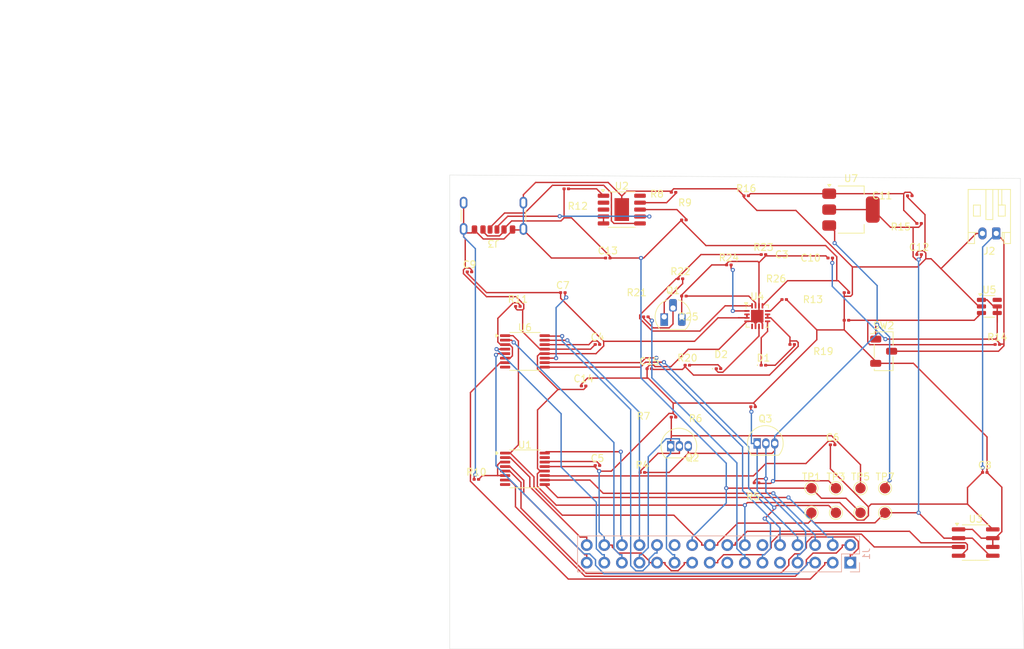
<source format=kicad_pcb>
(kicad_pcb (version 20241229) (generator "pcbnew") (generator_version "9.0")
  (layers (0 "F.Cu" signal) (2 "B.Cu" signal) (13 "F.Paste" user) (15 "B.Paste" user) (5 "F.SilkS" user "F.Silkscreen") (7 "B.SilkS" user "B.Silkscreen") (1 "F.Mask" user) (3 "B.Mask" user) (25 "Edge.Cuts" user))
  (net 0 "")
  (net 1 "GND")
  (net 2 "9V")
  (net 3 "Net-(U6-VINT)")
  (net 4 "Net-(U1-VINT)")
  (net 5 "Net-(U1-VCP)")
  (net 6 "5v")
  (net 7 "Net-(U6-VCP)")
  (net 8 "Net-(U7-GND)")
  (net 9 "3v3")
  (net 10 "Net-(C15-Pad2)")
  (net 11 "Net-(D1-A)")
  (net 12 "Net-(D1-K)")
  (net 13 "Net-(D2-K)")
  (net 14 "Net-(D2-A)")
  (net 15 "EXT_LOAD1_OUT")
  (net 16 "Motor_2_CTRL1")
  (net 18 "Motor_3_CTRL2")
  (net 19 "CTRL_EXT_LOAD2")
  (net 20 "Motor_3A_Out")
  (net 21 "Motor_1_CTRL1")
  (net 22 "Motor_3B_Out")
  (net 23 "Motor_4_CTRL2")
  (net 24 "Motor_2A_Out")
  (net 26 "Motor_1A_Out")
  (net 27 "Motor_2B_Out")
  (net 28 "Motor_4A_Out")
  (net 29 "Motor_3_CTRL1")
  (net 30 "Motor_4_CTRL1")
  (net 31 "Motor_1B_Out")
  (net 32 "SCL")
  (net 33 "Motor_4B_Out")
  (net 34 "CTRL_EXT_LOAD1")
  (net 35 "Charge_CTRL")
  (net 36 "HV")
  (net 38 "SDA")
  (net 39 "EXT_LOAD2_OUT")
  (net 40 "Motor_2_CTRL2")
  (net 41 "Net-(J3-CC1)")
  (net 42 "Net-(J3-CC2)")
  (net 43 "Net-(Q1-C)")
  (net 44 "Net-(Q1-B)")
  (net 45 "Net-(U2-CFG1)")
  (net 46 "Net-(U2-VBUS)")
  (net 47 "Net-(U1-AISEN)")
  (net 48 "Net-(U6-AISEN)")
  (net 49 "Net-(U2-VDD)")
  (net 50 "Net-(U5-FB)")
  (net 51 "Net-(U4-ISET)")
  (net 52 "Net-(U4-TS)")
  (net 53 "Net-(U4-ITERM)")
  (net 54 "Net-(U4-ILIM)")
  (net 55 "Motor_1_CTRL2")
  (net 57 "Net-(U2-DM)")
  (net 64 "Net-(SW2-C)")
  (footprint "Capacitor_SMD:C_0201_0603Metric" (layer "F.Cu") (at 79.345 67)
    (property "Reference" "C7")
    (property "Value" "0.01u")
  )
  (footprint "LED_SMD:LED_0201_0603Metric" (layer "F.Cu") (at 108.345 77.5)
    (property "Reference" "D1")
    (property "Value" "LED")
  )
  (footprint "Capacitor_SMD:C_0201_0603Metric" (layer "F.Cu") (at 120.345 67)
    (property "Reference" "C3")
    (property "Value" "10u")
  )
  (footprint "Capacitor_SMD:C_0201_0603Metric" (layer "F.Cu") (at 82.345 80.5)
    (property "Reference" "C14")
    (property "Value" "4.7u")
  )
  (footprint "Resistor_SMD:R_0201_0603Metric" (layer "F.Cu") (at 79.845 52)
    (property "Reference" "R12")
    (property "Value" "6.8K")
  )
  (footprint "Capacitor_SMD:C_0201_0603Metric" (layer "F.Cu") (at 65.845 64)
    (property "Reference" "C9")
    (property "Value" "10u")
  )
  (footprint "TestPoint:TestPoint_Pad_D1.5mm" (layer "F.Cu") (at 122.375 98.825)
    (property "Reference" "TP6" (hide yes))
    (property "Value" "TestPoint")
  )
  (footprint "Package_TO_SOT_SMD:SOT-23-6" (layer "F.Cu") (at 141 69)
    (property "Reference" "U5")
    (property "Value" "MT3608")
  )
  (footprint "Package_TO_SOT_THT:TO-92L_Inline" (layer "F.Cu") (at 107.43 88.81)
    (property "Reference" "Q3")
    (property "Value" "PMOS")
  )
  (footprint "Package_TO_SOT_THT:TO-92L_Inline" (layer "F.Cu") (at 94.93 89.19)
    (property "Reference" "Q2")
    (property "Value" "PMOS")
  )
  (footprint "Capacitor_SMD:C_0201_0603Metric" (layer "F.Cu") (at 130.845 61.5)
    (property "Reference" "C12")
    (property "Value" "22u")
  )
  (footprint "Connector_JST:JST_PH_S2B-PH-K_1x02_P2.00mm_Horizontal" (layer "F.Cu") (at 142 58.45 180)
    (property "Reference" "J2")
    (property "Value" "Conn_01x02")
  )
  (footprint "Resistor_SMD:R_0201_0603Metric" (layer "F.Cu") (at 105.845 53)
    (property "Reference" "R16")
    (property "Value" "1640")
  )
  (footprint "Resistor_SMD:R_0201_0603Metric" (layer "F.Cu") (at 95.345 52.5)
    (property "Reference" "R8")
    (property "Value" "6.8K")
  )
  (footprint "TestPoint:TestPoint_Pad_D1.5mm" (layer "F.Cu") (at 125.925 98.825)
    (property "Reference" "TP8" (hide yes))
    (property "Value" "TestPoint")
  )
  (footprint "Package_DFN_QFN:VQFN-16-1EP_3x3mm_P0.5mm_EP1.8x1.8mm" (layer "F.Cu") (at 107.45 70.4)
    (property "Reference" "U4")
    (property "Value" "BQ24074RGT")
  )
  (footprint "TestPoint:TestPoint_Pad_D1.5mm" (layer "F.Cu") (at 118.825 98.825)
    (property "Reference" "TP4" (hide yes))
    (property "Value" "TestPoint")
  )
  (footprint "Resistor_SMD:R_0201_0603Metric" (layer "F.Cu") (at 142.155 74.5)
    (property "Reference" "R14")
    (property "Value" "74K")
  )
  (footprint "Resistor_SMD:R_0201_0603Metric" (layer "F.Cu") (at 91.345 70.5)
    (property "Reference" "R21")
    (property "Value" "1K")
  )
  (footprint "TestPoint:TestPoint_Pad_D1.5mm" (layer "F.Cu") (at 122.375 95.275)
    (property "Reference" "TP5")
    (property "Value" "TestPoint")
  )
  (footprint "Package_SO:SSOP-10-1EP_3.9x4.9mm_P1mm_EP2.1x3.3mm" (layer "F.Cu") (at 87.8625 55)
    (property "Reference" "U2")
    (property "Value" "CH224K")
  )
  (footprint "Resistor_SMD:R_0201_0603Metric" (layer "F.Cu") (at 96.845 67.5)
    (property "Reference" "R25")
    (property "Value" "4.12k")
  )
  (footprint "TestPoint:TestPoint_Pad_D1.5mm" (layer "F.Cu") (at 118.825 95.275)
    (property "Reference" "TP3")
    (property "Value" "TestPoint")
  )
  (footprint "Resistor_SMD:R_0201_0603Metric" (layer "F.Cu") (at 103.345 63)
    (property "Reference" "R24")
    (property "Value" "10k")
  )
  (footprint "Resistor_SMD:R_0201_0603Metric" (layer "F.Cu") (at 108.345 61.5)
    (property "Reference" "R23")
    (property "Value" "4450")
  )
  (footprint "Capacitor_SMD:C_0201_0603Metric" (layer "F.Cu") (at 118.345 89)
    (property "Reference" "C6")
    (property "Value" "0.01u")
  )
  (footprint "Capacitor_SMD:C_0201_0603Metric" (layer "F.Cu") (at 84.345 74.5)
    (property "Reference" "C4")
    (property "Value" "22u")
  )
  (footprint "Resistor_SMD:R_0201_0603Metric" (layer "F.Cu") (at 107.345 94.5)
    (property "Reference" "R5")
    (property "Value" "1k")
  )
  (footprint "Resistor_SMD:R_0201_0603Metric" (layer "F.Cu") (at 95.345 85)
    (property "Reference" "R7")
    (property "Value" "10k")
  )
  (footprint "Resistor_SMD:R_0201_0603Metric" (layer "F.Cu") (at 97.345 77.5)
    (property "Reference" "R20")
    (property "Value" "2K")
  )
  (footprint "Package_TO_SOT_THT:TO-92L_HandSolder" (layer "F.Cu") (at 94 70.5)
    (property "Reference" "Q1")
    (property "Value" "NPN")
  )
  (footprint "Capacitor_SMD:C_0201_0603Metric" (layer "F.Cu") (at 118 62)
    (property "Reference" "C10")
    (property "Value" "10u")
  )
  (footprint "Package_SO:TSSOP-16_4.4x5mm_P0.65mm" (layer "F.Cu") (at 73.8625 92.475)
    (property "Reference" "U1")
    (property "Value" "DRV8833PW")
  )
  (footprint "TestPoint:TestPoint_Pad_D1.5mm" (layer "F.Cu") (at 115.275 98.825)
    (property "Reference" "TP2" (hide yes))
    (property "Value" "TestPoint")
  )
  (footprint "Resistor_SMD:R_0201_0603Metric" (layer "F.Cu") (at 130.845 57)
    (property "Reference" "R15")
    (property "Value" "1k")
  )
  (footprint "Button_Switch_SMD:Nidec_Copal_CAS-120A" (layer "F.Cu") (at 125.725 75.475)
    (property "Reference" "SW2")
    (property "Value" "SW_Nidec_CAS-120A1" (hide yes))
  )
  (footprint "Resistor_SMD:R_0201_0603Metric" (layer "F.Cu") (at 66.845 94)
    (property "Reference" "R10")
    (property "Value" "100k")
  )
  (footprint "LED_SMD:LED_0201_0603Metric" (layer "F.Cu") (at 101.845 78)
    (property "Reference" "D2")
    (property "Value" "LED")
  )
  (footprint "TestPoint:TestPoint_Pad_D1.5mm" (layer "F.Cu") (at 115.275 95.275)
    (property "Reference" "TP1")
    (property "Value" "TestPoint")
  )
  (footprint "Resistor_SMD:R_0201_0603Metric" (layer "F.Cu") (at 111.345 68)
    (property "Reference" "R26")
    (property "Value" "1.8k")
  )
  (footprint "Connector_USB:USB_C_Receptacle_GCT_USB4125-xx-x-0190_6P_TopMnt_Horizontal" (layer "F.Cu") (at 69.32 54.8 180)
    (property "Reference" "J3")
    (property "Value" "USB_C_Receptacle_PowerOnly_6P" (hide yes))
  )
  (footprint "Resistor_SMD:R_0201_0603Metric" (layer "F.Cu") (at 120.345 71)
    (property "Reference" "R13")
    (property "Value" "10k")
  )
  (footprint "Resistor_SMD:R_0201_0603Metric" (layer "F.Cu") (at 90.845 93)
    (property "Reference" "R4")
    (property "Value" "1k")
  )
  (footprint "Package_TO_SOT_SMD:SOT-223-3_TabPin2" (layer "F.Cu") (at 121 55)
    (property "Reference" "U7")
    (property "Value" "AMS1117-3.3")
  )
  (footprint "Package_SO:TSSOP-16_4.4x5mm_P0.65mm" (layer "F.Cu") (at 73.8625 75.5)
    (property "Reference" "U6")
    (property "Value" "DRV8833PW")
  )
  (footprint "Capacitor_SMD:C_0201_0603Metric" (layer "F.Cu") (at 84.345 92)
    (property "Reference" "C5")
    (property "Value" "22u")
  )
  (footprint "Capacitor_SMD:C_0201_0603Metric" (layer "F.Cu") (at 85.845 62)
    (property "Reference" "C13")
    (property "Value" "1u")
  )
  (footprint "Resistor_SMD:R_0201_0603Metric" (layer "F.Cu") (at 96.845 56.5)
    (property "Reference" "R9")
    (property "Value" "6.8K")
  )
  (footprint "Capacitor_SMD:C_0201_0603Metric" (layer "F.Cu") (at 129.5 53)
    (property "Reference" "C11")
    (property "Value" "10u")
  )
  (footprint "Package_SO:SOIC-8_3.9x4.9mm_P1.27mm" (layer "F.Cu") (at 139.025 103.135)
    (property "Reference" "U3")
    (property "Value" "INA219AxD")
  )
  (footprint "Resistor_SMD:R_0201_0603Metric" (layer "F.Cu") (at 112.5 74.5)
    (property "Reference" "R19")
    (property "Value" "2K")
  )
  (footprint "Resistor_SMD:R_0201_0603Metric" (layer "F.Cu") (at 96.345 65)
    (property "Reference" "R22")
    (property "Value" "1483")
  )
  (footprint "Resistor_SMD:R_0201_0603Metric" (layer "F.Cu") (at 106.845 83.5)
    (property "Reference" "R6")
    (property "Value" "10k")
  )
  (footprint "Capacitor_SMD:C_0201_0603Metric" (layer "F.Cu") (at 140.345 93)
    (property "Reference" "C8")
    (property "Value" "10u")
  )
  (footprint "Resistor_SMD:R_0201_0603Metric" (layer "F.Cu") (at 72.845 69)
    (property "Reference" "R11")
    (property "Value" "100k")
  )
  (footprint "TestPoint:TestPoint_Pad_D1.5mm" (layer "F.Cu") (at 125.925 95.275)
    (property "Reference" "TP7")
    (property "Value" "TestPoint")
  )
  (footprint "Capacitor_SMD:C_0201_0603Metric" (layer "F.Cu") (at 91.845 78)
    (property "Reference" "C15")
    (property "Value" "4.7u")
  )
  (footprint "Connector_PinHeader_2.54mm:PinHeader_2x16_P2.54mm_Vertical" (layer "B.Cu") (at 120.9 106.04 90)
    (property "Reference" "J1")
    (property "Value" "Conn_02x16_Odd_Even")
  )
  (gr_line (start 63 102) (end 63 118.5) (stroke (width 0.05)) (layer "Edge.Cuts"))
  (gr_line (start 145.5 50.5) (end 145.5 102.5) (stroke (width 0.05)) (layer "Edge.Cuts"))
  (gr_line (start 63 50) (end 63 102) (stroke (width 0.05)) (layer "Edge.Cuts"))
  (gr_line (start 63 50) (end 145.5 50.5) (stroke (width 0.05)) (layer "Edge.Cuts"))
  (gr_line (start 63 118.5) (end 146 118.5) (stroke (width 0.05)) (layer "Edge.Cuts"))
  (gr_line (start 146 118.5) (end 145.5 102.5) (stroke (width 0.05)) (layer "Edge.Cuts"))
  (segment (start 131.697 55.7341) (end 131.697 60.73) (width 0.2) (layer "F.Cu") (net 1))
  (segment (start 107.165 83.2403) (end 106.895 82.9704) (width 0.2) (layer "F.Cu") (net 1))
  (segment (start 65 58.3758) (end 66.169 58.3758) (width 0.2) (layer "F.Cu") (net 1))
  (segment (start 91.6798 79.3585) (end 91.525 79.3585) (width 0.2) (layer "F.Cu") (net 1))
  (segment (start 73.5334 72.6647) (end 73.5334 69.5041) (width 0.2) (layer "F.Cu") (net 1))
  (segment (start 108.2 71.8875) (end 108.2 71.4598) (width 0.2) (layer "F.Cu") (net 1))
  (segment (start 107.401 55.1237) (end 105.525 53.248) (width 0.2) (layer "F.Cu") (net 1))
  (segment (start 65.2332 59.1849) (end 65.2332 63.4577) (width 0.2) (layer "F.Cu") (net 1))
  (segment (start 94.1117 106.04) (end 94.1117 106.295) (width 0.2) (layer "F.Cu") (net 1))
  (segment (start 107.165 83.5) (end 107.165 83.2403) (width 0.2) (layer "F.Cu") (net 1))
  (segment (start 94.9839 77.695) (end 97.4766 75.2023) (width 0.2) (layer "F.Cu") (net 1))
  (segment (start 72.1339 57.9439) (end 70.8279 59.2499) (width 0.2) (layer "F.Cu") (net 1))
  (segment (start 64.9776 64.2592) (end 68.3069 67.5885) (width 0.2) (layer "F.Cu") (net 1))
  (segment (start 103.025 63) (end 103.025 62.8156) (width 0.2) (layer "F.Cu") (net 1))
  (segment (start 107.7 68.9125) (end 107.7 62.6593) (width 0.2) (layer "F.Cu") (net 1))
  (segment (start 87.8625 53.0483) (end 85.8908 51.0766) (width 0.2) (layer "F.Cu") (net 1))
  (segment (start 91.525 77.8413) (end 91.89 77.4763) (width 0.2) (layer "F.Cu") (net 1))
  (segment (start 130.025 77.225) (end 140.665 87.865) (width 0.2) (layer "F.Cu") (net 1))
  (segment (start 120.025 67.532) (end 120.947 67.532) (width 0.2) (layer "F.Cu") (net 1))
  (segment (start 130.799 60.9517) (end 130.525 61.2258) (width 0.2) (layer "F.Cu") (net 1))
  (segment (start 90.6885 104.652) (end 91.8083 105.772) (width 0.2) (layer "F.Cu") (net 1))
  (segment (start 130.525 61.2258) (end 130.525 61.5) (width 0.2) (layer "F.Cu") (net 1))
  (segment (start 108.2 71.4598) (end 107.878 71.1375) (width 0.2) (layer "F.Cu") (net 1))
  (segment (start 94.7027 84.4607) (end 95.2917 84.4607) (width 0.2) (layer "F.Cu") (net 1))
  (segment (start 141.5 102.5) (end 141.5 103.77) (width 0.2) (layer "F.Cu") (net 1))
  (segment (start 96.8883 106.04) (end 98.04 106.04) (width 0.2) (layer "F.Cu") (net 1))
  (segment (start 92.4459 77.4763) (end 92.6646 77.695) (width 0.2) (layer "F.Cu") (net 1))
  (segment (start 107.537 62.4959) (end 107.7 62.6593) (width 0.2) (layer "F.Cu") (net 1))
  (segment (start 77.6961 62) (end 85.525 62) (width 0.2) (layer "F.Cu") (net 1))
  (segment (start 96.8883 106.308) (end 96.8883 106.04) (width 0.2) (layer "F.Cu") (net 1))
  (segment (start 120.025 71) (end 120.025 67.532) (width 0.2) (layer "F.Cu") (net 1))
  (segment (start 73.64 57.9439) (end 72.1339 57.9439) (width 0.2) (layer "F.Cu") (net 1))
  (segment (start 82.025 80.2403) (end 82.025 80.5) (width 0.2) (layer "F.Cu") (net 1))
  (segment (start 121.201 63.2895) (end 130.641 63.2895) (width 0.2) (layer "F.Cu") (net 1))
  (segment (start 131.821 61.2976) (end 131.475 60.9517) (width 0.2) (layer "F.Cu") (net 1))
  (segment (start 95.0123 107.195) (end 96.0016 107.195) (width 0.2) (layer "F.Cu") (net 1))
  (segment (start 85.34 103.5) (end 86.4917 103.5) (width 0.2) (layer "F.Cu") (net 1))
  (segment (start 96.0016 107.195) (end 96.8883 106.308) (width 0.2) (layer "F.Cu") (net 1))
  (segment (start 141.5 102.5) (end 139.828 102.5) (width 0.2) (layer "F.Cu") (net 1))
  (segment (start 72.5846 67.5885) (end 73.6985 68.7024) (width 0.2) (layer "F.Cu") (net 1))
  (segment (start 82.9068 79.3585) (end 82.025 80.2403) (width 0.2) (layer "F.Cu") (net 1))
  (segment (start 91.8083 106.04) (end 92.96 106.04) (width 0.2) (layer "F.Cu") (net 1))
  (segment (start 120.025 67.532) (end 120.025 67) (width 0.2) (layer "F.Cu") (net 1))
  (segment (start 83.875 92.15) (end 76.725 92.15) (width 0.2) (layer "F.Cu") (net 1))
  (segment (start 73.6985 68.7024) (end 73.6985 69.339) (width 0.2) (layer "F.Cu") (net 1))
  (segment (start 105.962 71.15) (end 105.9625 71.15) (width 0.2) (layer "F.Cu") (net 1))
  (segment (start 131.697 60.73) (end 131.475 60.9517) (width 0.2) (layer "F.Cu") (net 1))
  (segment (start 65.2332 63.4577) (end 64.9776 63.7133) (width 0.2) (layer "F.Cu") (net 1))
  (segment (start 101.91 75.2023) (end 105.962 71.15) (width 0.2) (layer "F.Cu") (net 1))
  (segment (start 139.828 102.5) (end 138.558 101.23) (width 0.2) (layer "F.Cu") (net 1))
  (segment (start 92.6646 77.695) (end 94.9839 77.695) (width 0.2) (layer "F.Cu") (net 1))
  (segment (start 83.35 75.175) (end 76.725 75.175) (width 0.2) (layer "F.Cu") (net 1))
  (segment (start 140 58.45) (end 139.098 58.45) (width 0.2) (layer "F.Cu") (net 1))
  (segment (start 91.525 79.3585) (end 82.9068 79.3585) (width 0.2) (layer "F.Cu") (net 1))
  (segment (start 70.8279 59.2499) (end 67.8451 59.2499) (width 0.2) (layer "F.Cu") (net 1))
  (segment (start 120.947 67.532) (end 121.201 67.278) (width 0.2) (layer "F.Cu") (net 1))
  (segment (start 131.821 62.1089) (end 131.821 61.2976) (width 0.2) (layer "F.Cu") (net 1))
  (segment (start 121.201 63.2895) (end 113.035 55.1237) (width 0.2) (layer "F.Cu") (net 1))
  (segment (start 117.374 61.6943) (end 117.68 62) (width 0.2) (layer "F.Cu") (net 1))
  (segment (start 103.025 62.8156) (end 103.345 62.4959) (width 0.2) (layer "F.Cu") (net 1))
  (segment (start 107.2 71.4722) (end 107.2 71.8875) (width 0.2) (layer "F.Cu") (net 1))
  (segment (start 105.525 53) (end 104.522 51.9972) (width 0.2) (layer "F.Cu") (net 1))
  (segment (start 121.201 67.278) (end 121.201 63.2895) (width 0.2) (layer "F.Cu") (net 1))
  (segment (start 76.725 75.175) (end 76.0437 75.175) (width 0.2) (layer "F.Cu") (net 1))
  (segment (start 73.6985 69.339) (end 73.5334 69.5041) (width 0.2) (layer "F.Cu") (net 1))
  (segment (start 76.0437 75.175) (end 73.5334 72.6647) (width 0.2) (layer "F.Cu") (net 1))
  (segment (start 72.525 69.2796) (end 72.525 69) (width 0.2) (layer "F.Cu") (net 1))
  (segment (start 97.4766 75.2023) (end 101.91 75.2023) (width 0.2) (layer "F.Cu") (net 1))
  (segment (start 96.525 67.3405) (end 96.525 67.5) (width 0.2) (layer "F.Cu") (net 1))
  (segment (start 84.025 74.5) (end 83.35 75.175) (width 0.2) (layer "F.Cu") (net 1))
  (segment (start 103.025 63) (end 100.866 63) (width 0.2) (layer "F.Cu") (net 1))
  (segment (start 65.8939 63.4577) (end 65.2332 63.4577) (width 0.2) (layer "F.Cu") (net 1))
  (segment (start 66.7014 93.2977) (end 66.525 93.4741) (width 0.2) (layer "F.Cu") (net 1))
  (segment (start 91.89 77.4763) (end 92.4459 77.4763) (width 0.2) (layer "F.Cu") (net 1))
  (segment (start 104.522 51.9972) (end 95.3664 51.9972) (width 0.2) (layer "F.Cu") (net 1))
  (segment (start 107.7 70.15) (end 107.7 68.9125) (width 0.2) (layer "F.Cu") (net 1))
  (segment (start 95.025 52.3386) (end 88.5722 52.3386) (width 0.2) (layer "F.Cu") (net 1))
  (segment (start 72.7495 69.5041) (end 72.525 69.2796) (width 0.2) (layer "F.Cu") (net 1))
  (segment (start 65 54) (end 65 57.8) (width 0.2) (layer "F.Cu") (net 1))
  (segment (start 66.165 64) (end 66.165 63.7288) (width 0.2) (layer "F.Cu") (net 1))
  (segment (start 64.9776 63.7133) (end 64.9776 64.2592) (width 0.2) (layer "F.Cu") (net 1))
  (segment (start 139.098 58.45) (end 134.009 63.5396) (width 0.2) (layer "F.Cu") (net 1))
  (segment (start 86.4917 103.788) (end 87.3554 104.652) (width 0.2) (layer "F.Cu") (net 1))
  (segment (start 107.45 70.4) (end 107.7 70.15) (width 0.2) (layer "F.Cu") (net 1))
  (segment (start 73.64 57.9439) (end 77.6961 62) (width 0.2) (layer "F.Cu") (net 1))
  (segment (start 107.7 62.6593) (end 108.665 61.6943) (width 0.2) (layer "F.Cu") (net 1))
  (segment (start 66.57 57.9748) (end 66.57 57.88) (width 0.2) (layer "F.Cu") (net 1))
  (segment (start 84.5919 92.8125) (end 86.3509 92.8125) (width 0.2) (layer "F.Cu") (net 1))
  (segment (start 86.4917 103.5) (end 86.4917 103.788) (width 0.2) (layer "F.Cu") (net 1))
  (segment (start 68.3069 67.5885) (end 72.5846 67.5885) (width 0.2) (layer "F.Cu") (net 1))
  (segment (start 95.2917 82.9704) (end 95.2917 84.4607) (width 0.2) (layer "F.Cu") (net 1))
  (segment (start 84.025 92) (end 83.9022 92.1228) (width 0.2) (layer "F.Cu") (net 1))
  (segment (start 91.525 79.3585) (end 91.525 78) (width 0.2) (layer "F.Cu") (net 1))
  (segment (start 106.878 71.15) (end 107.2 71.4722) (width 0.2) (layer "F.Cu") (net 1))
  (segment (start 106.895 82.9704) (end 116.059 73.8061) (width 0.2) (layer "F.Cu") (net 1))
  (segment (start 95.2917 84.4607) (end 95.665 84.834) (width 0.2) (layer "F.Cu") (net 1))
  (segment (start 83.9022 92.1228) (end 84.5919 92.8125) (width 0.2) (layer "F.Cu") (net 1))
  (segment (start 124.575 76.9444) (end 120.025 72.3944) (width 0.2) (layer "F.Cu") (net 1))
  (segment (start 87.3554 104.652) (end 90.6885 104.652) (width 0.2) (layer "F.Cu") (net 1))
  (segment (start 120.025 72.3944) (end 120.025 71) (width 0.2) (layer "F.Cu") (net 1))
  (segment (start 103.345 62.4959) (end 107.537 62.4959) (width 0.2) (layer "F.Cu") (net 1))
  (segment (start 108.665 61.5) (end 108.665 61.6943) (width 0.2) (layer "F.Cu") (net 1))
  (segment (start 83.9022 92.1228) (end 83.875 92.15) (width 0.2) (layer "F.Cu") (net 1))
  (segment (start 131.821 62.1089) (end 132.578 62.1089) (width 0.2) (layer "F.Cu") (net 1))
  (segment (start 85.8908 51.0766) (end 75.4117 51.0766) (width 0.2) (layer "F.Cu") (net 1))
  (segment (start 94.1117 106.295) (end 95.0123 107.195) (width 0.2) (layer "F.Cu") (net 1))
  (segment (start 108.665 61.6943) (end 117.374 61.6943) (width 0.2) (layer "F.Cu") (net 1))
  (segment (start 65 58.9517) (end 65.2332 59.1849) (width 0.2) (layer "F.Cu") (net 1))
  (segment (start 113.035 55.1237) (end 107.401 55.1237) (width 0.2) (layer "F.Cu") (net 1))
  (segment (start 130.641 63.2895) (end 131.821 62.1089) (width 0.2) (layer "F.Cu") (net 1))
  (segment (start 100.866 63) (end 96.525 67.3405) (width 0.2) (layer "F.Cu") (net 1))
  (segment (start 116.059 73.8061) (end 116.059 72.3944) (width 0.2) (layer "F.Cu") (net 1))
  (segment (start 91.8083 105.772) (end 91.8083 106.04) (width 0.2) (layer "F.Cu") (net 1))
  (segment (start 140.665 93) (end 142.808 95.1433) (width 0.2) (layer "F.Cu") (net 1))
  (segment (start 129.18 53) (end 129.18 53.217) (width 0.2) (layer "F.Cu") (net 1))
  (segment (start 141.866 102.5) (end 141.5 102.5) (width 0.2) (layer "F.Cu") (net 1))
  (segment (start 95.3664 51.9972) (end 95.025 52.3386) (width 0.2) (layer "F.Cu") (net 1))
  (segment (start 73.5334 69.5041) (end 72.7495 69.5041) (width 0.2) (layer "F.Cu") (net 1))
  (segment (start 75.4117 51.0766) (end 73.64 52.8483) (width 0.2) (layer "F.Cu") (net 1))
  (segment (start 131.475 60.9517) (end 130.799 60.9517) (width 0.2) (layer "F.Cu") (net 1))
  (segment (start 139.469 69) (end 134.009 63.5396) (width 0.2) (layer "F.Cu") (net 1))
  (segment (start 96.525 67.5) (end 96.525 70.485) (width 0.2) (layer "F.Cu") (net 1))
  (segment (start 106.895 82.9704) (end 95.2917 82.9704) (width 0.2) (layer "F.Cu") (net 1))
  (segment (start 140.665 87.865) (end 140.665 93) (width 0.2) (layer "F.Cu") (net 1))
  (segment (start 129.18 53.217) (end 131.697 55.7341) (width 0.2) (layer "F.Cu") (net 1))
  (segment (start 95.2917 82.9704) (end 91.6798 79.3585) (width 0.2) (layer "F.Cu") (net 1))
  (segment (start 132.578 62.1089) (end 134.009 63.5396) (width 0.2) (layer "F.Cu") (net 1))
  (segment (start 105.525 53.248) (end 105.525 53) (width 0.2) (layer "F.Cu") (net 1))
  (segment (start 86.3509 92.8125) (end 94.7027 84.4607) (width 0.2) (layer "F.Cu") (net 1))
  (segment (start 72.1339 57.9439) (end 72.07 57.88) (width 0.2) (layer "F.Cu") (net 1))
  (segment (start 66.165 63.7288) (end 65.8939 63.4577) (width 0.2) (layer "F.Cu") (net 1))
  (segment (start 105.9625 71.15) (end 106.878 71.15) (width 0.2) (layer "F.Cu") (net 1))
  (segment (start 88.5722 52.3386) (end 87.8625 53.0483) (width 0.2) (layer "F.Cu") (net 1))
  (segment (start 124.575 77.225) (end 124.575 76.9444) (width 0.2) (layer "F.Cu") (net 1))
  (segment (start 95.025 52.3386) (end 95.025 52.5) (width 0.2) (layer "F.Cu") (net 1))
  (segment (start 65 58.3758) (end 65 58.9517) (width 0.2) (layer "F.Cu") (net 1))
  (segment (start 67.8451 59.2499) (end 66.57 57.9748) (width 0.2) (layer "F.Cu") (net 1))
  (segment (start 92.96 106.04) (end 94.1117 106.04) (width 0.2) (layer "F.Cu") (net 1))
  (segment (start 73.64 52.8483) (end 73.64 54) (width 0.2) (layer "F.Cu") (net 1))
  (segment (start 66.525 93.4741) (end 66.525 94) (width 0.2) (layer "F.Cu") (net 1))
  (segment (start 120.025 72.3944) (end 116.059 72.3944) (width 0.2) (layer "F.Cu") (net 1))
  (segment (start 116.059 72.3944) (end 111.665 68) (width 0.2) (layer "F.Cu") (net 1))
  (segment (start 65 57.8) (end 65 58.3758) (width 0.2) (layer "F.Cu") (net 1))
  (segment (start 142.808 95.1433) (end 142.808 101.557) (width 0.2) (layer "F.Cu") (net 1))
  (segment (start 73.64 57.8) (end 73.64 57.9439) (width 0.2) (layer "F.Cu") (net 1))
  (segment (start 107.45 70.4) (end 107.45 71.0528) (width 0.2) (layer "F.Cu") (net 1))
  (segment (start 138.558 101.23) (end 136.55 101.23) (width 0.2) (layer "F.Cu") (net 1))
  (segment (start 139.862 69) (end 139.469 69) (width 0.2) (layer "F.Cu") (net 1))
  (segment (start 91.525 78) (end 91.525 77.8413) (width 0.2) (layer "F.Cu") (net 1))
  (segment (start 142.808 101.557) (end 141.866 102.5) (width 0.2) (layer "F.Cu") (net 1))
  (segment (start 139.862 69) (end 139.8625 69) (width 0.2) (layer "F.Cu") (net 1))
  (segment (start 107.45 71.0528) (end 107.535 71.1375) (width 0.2) (layer "F.Cu") (net 1))
  (segment (start 96.525 70.485) (end 96.54 70.5) (width 0.2) (layer "F.Cu") (net 1))
  (segment (start 95.665 84.834) (end 95.665 85) (width 0.2) (layer "F.Cu") (net 1))
  (segment (start 107.878 71.1375) (end 107.535 71.1375) (width 0.2) (layer "F.Cu") (net 1))
  (segment (start 87.8625 55) (end 87.8625 53.0483) (width 0.2) (layer "F.Cu") (net 1))
  (segment (start 124.575 77.225) (end 130.025 77.225) (width 0.2) (layer "F.Cu") (net 1))
  (segment (start 107.535 71.1375) (end 107.2 71.4722) (width 0.2) (layer "F.Cu") (net 1))
  (segment (start 66.169 58.3758) (end 66.57 57.9748) (width 0.2) (layer "F.Cu") (net 1))
  (via (at 84.5919 92.8125) (size 0.6) (drill 0.3) (layers "F.Cu" "B.Cu") (net 1))
  (via (at 66.7014 93.2977) (size 0.6) (drill 0.3) (layers "F.Cu" "B.Cu") (net 1))
  (segment (start 65 57.8) (end 65 58.9517) (width 0.2) (layer "B.Cu") (net 1))
  (segment (start 84.5919 101.6) (end 84.5919 92.8125) (width 0.2) (layer "B.Cu") (net 1))
  (segment (start 85.34 102.348) (end 84.5919 101.6) (width 0.2) (layer "B.Cu") (net 1))
  (segment (start 65 58.9517) (end 66.7014 60.6531) (width 0.2) (layer "B.Cu") (net 1))
  (segment (start 66.7014 60.6531) (end 66.7014 93.2977) (width 0.2) (layer "B.Cu") (net 1))
  (segment (start 73.64 57.8) (end 73.64 54) (width 0.2) (layer "B.Cu") (net 1))
  (segment (start 85.34 103.5) (end 85.34 102.348) (width 0.2) (layer "B.Cu") (net 1))
  (segment (start 96.4308 56.5942) (end 96.525 56.5) (width 0.2) (layer "F.Cu") (net 2))
  (segment (start 115.269 95.2687) (end 115.275 95.275) (width 0.2) (layer "F.Cu") (net 2))
  (segment (start 119.16 65.2789) (end 120.665 66.784) (width 0.2) (layer "F.Cu") (net 2))
  (segment (start 70.84 57.744) (end 71.9409 56.6431) (width 0.2) (layer "F.Cu") (net 2))
  (segment (start 79.525 56.194) (end 79.525 52) (width 0.2) (layer "F.Cu") (net 2))
  (segment (start 118.945 65.2789) (end 119.16 65.2789) (width 0.2) (layer "F.Cu") (net 2))
  (segment (start 80.595 56.194) (end 79.525 56.194) (width 0.2) (layer "F.Cu") (net 2))
  (segment (start 86.165 62) (end 86.165 61.764) (width 0.2) (layer "F.Cu") (net 2))
  (segment (start 79.0759 56.6431) (end 79.525 56.194) (width 0.2) (layer "F.Cu") (net 2))
  (segment (start 96.4308 56.5942) (end 91.025 62) (width 0.2) (layer "F.Cu") (net 2))
  (segment (start 68.4487 58.8084) (end 70.1819 58.8084) (width 0.2) (layer "F.Cu") (net 2))
  (segment (start 70.1819 58.8084) (end 70.84 58.1503) (width 0.2) (layer "F.Cu") (net 2))
  (segment (start 117.329 60.1979) (end 118.945 61.814) (width 0.2) (layer "F.Cu") (net 2))
  (segment (start 108.2 68.9125) (end 111.834 65.2789) (width 0.2) (layer "F.Cu") (net 2))
  (segment (start 111.834 65.2789) (end 118.945 65.2789) (width 0.2) (layer "F.Cu") (net 2))
  (segment (start 70.84 58.1503) (end 70.84 57.88) (width 0.2) (layer "F.Cu") (net 2))
  (segment (start 120.277 96.7269) (end 122.375 98.825) (width 0.2) (layer "F.Cu") (net 2))
  (segment (start 100.034 60.1979) (end 117.329 60.1979) (width 0.2) (layer "F.Cu") (net 2))
  (segment (start 70.84 57.88) (end 70.84 57.744) (width 0.2) (layer "F.Cu") (net 2))
  (segment (start 71.9409 56.6431) (end 79.0759 56.6431) (width 0.2) (layer "F.Cu") (net 2))
  (segment (start 120.665 66.784) (end 120.665 67) (width 0.2) (layer "F.Cu") (net 2))
  (segment (start 86.165 61.764) (end 80.595 56.194) (width 0.2) (layer "F.Cu") (net 2))
  (segment (start 90.6404 62) (end 86.165 62) (width 0.2) (layer "F.Cu") (net 2))
  (segment (start 67.8 57.88) (end 67.8 58.1597) (width 0.2) (layer "F.Cu") (net 2))
  (segment (start 102.969 95.2687) (end 115.269 95.2687) (width 0.2) (layer "F.Cu") (net 2))
  (segment (start 91.025 62) (end 90.6404 62) (width 0.2) (layer "F.Cu") (net 2))
  (segment (start 115.275 95.275) (end 116.727 96.7269) (width 0.2) (layer "F.Cu") (net 2))
  (segment (start 96.4308 56.5942) (end 100.034 60.1979) (width 0.2) (layer "F.Cu") (net 2))
  (segment (start 116.727 96.7269) (end 120.277 96.7269) (width 0.2) (layer "F.Cu") (net 2))
  (segment (start 118.945 61.814) (end 118.945 65.2789) (width 0.2) (layer "F.Cu") (net 2))
  (segment (start 67.8 58.1597) (end 68.4487 58.8084) (width 0.2) (layer "F.Cu") (net 2))
  (via (at 102.969 95.2687) (size 0.6) (drill 0.3) (layers "F.Cu" "B.Cu") (net 2))
  (via (at 90.6404 62) (size 0.6) (drill 0.3) (layers "F.Cu" "B.Cu") (net 2))
  (segment (start 102.969 97.4194) (end 102.969 95.2687) (width 0.2) (layer "B.Cu") (net 2))
  (segment (start 98.04 103.5) (end 98.04 102.348) (width 0.2) (layer "B.Cu") (net 2))
  (segment (start 102.969 95.2687) (end 102.969 91.6694) (width 0.2) (layer "B.Cu") (net 2))
  (segment (start 90.6404 79.3409) (end 90.6404 62) (width 0.2) (layer "B.Cu") (net 2))
  (segment (start 102.969 91.6694) (end 90.6404 79.3409) (width 0.2) (layer "B.Cu") (net 2))
  (segment (start 98.04 102.348) (end 102.969 97.4194) (width 0.2) (layer "B.Cu") (net 2))
  (segment (start 83.0996 74.525) (end 76.725 74.525) (width 0.2) (layer "F.Cu") (net 3))
  (segment (start 84.665 74.5) (end 84.665 74.3238) (width 0.2) (layer "F.Cu") (net 3))
  (segment (start 83.6309 73.9937) (end 83.0996 74.525) (width 0.2) (layer "F.Cu") (net 3))
  (segment (start 84.3349 73.9937) (end 83.6309 73.9937) (width 0.2) (layer "F.Cu") (net 3))
  (segment (start 84.665 74.3238) (end 84.3349 73.9937) (width 0.2) (layer "F.Cu") (net 3))
  (segment (start 84.2499 91.4196) (end 84.665 91.8347) (width 0.2) (layer "F.Cu") (net 4))
  (segment (start 76.8054 91.4196) (end 84.2499 91.4196) (width 0.2) (layer "F.Cu") (net 4))
  (segment (start 84.665 91.8347) (end 84.665 92) (width 0.2) (layer "F.Cu") (net 4))
  (segment (start 76.725 91.5) (end 76.8054 91.4196) (width 0.2) (layer "F.Cu") (net 4))
  (segment (start 114.488 91.7093) (end 108.688 91.7093) (width 0.2) (layer "F.Cu") (net 5))
  (segment (start 118.665 88.7495) (end 118.404 88.4883) (width 0.2) (layer "F.Cu") (net 5))
  (segment (start 118.404 88.4883) (end 117.708 88.4883) (width 0.2) (layer "F.Cu") (net 5))
  (segment (start 118.665 89) (end 118.665 88.7495) (width 0.2) (layer "F.Cu") (net 5))
  (segment (start 106.896 93.5021) (end 76.7771 93.5021) (width 0.2) (layer "F.Cu") (net 5))
  (segment (start 108.688 91.7093) (end 106.896 93.5021) (width 0.2) (layer "F.Cu") (net 5))
  (segment (start 76.7771 93.5021) (end 76.725 93.45) (width 0.2) (layer "F.Cu") (net 5))
  (segment (start 117.708 88.4883) (end 114.488 91.7093) (width 0.2) (layer "F.Cu") (net 5))
  (segment (start 106.036 97.3505) (end 105.66 97.7265) (width 0.2) (layer "F.Cu") (net 6))
  (segment (start 76.0627 92.8) (end 76.725 92.8) (width 0.2) (layer "F.Cu") (net 6))
  (segment (start 117.754 94.2045) (end 109.773 94.2045) (width 0.2) (layer "F.Cu") (net 6))
  (segment (start 121.902 99.8782) (end 119.374 97.3505) (width 0.2) (layer "F.Cu") (net 6))
  (segment (start 76.0176 75.825) (end 76.725 75.825) (width 0.2) (layer "F.Cu") (net 6))
  (segment (start 75.6654 95.0022) (end 78.3897 97.7265) (width 0.2) (layer "F.Cu") (net 6))
  (segment (start 105.962 70.65) (end 105.962 70.4) (width 0.2) (layer "F.Cu") (net 6))
  (segment (start 142.138 71.2392) (end 142.138 69) (width 0.2) (layer "F.Cu") (net 6))
  (segment (start 109.395 94.5821) (end 107.747 94.5821) (width 0.2) (layer "F.Cu") (net 6))
  (segment (start 98.3857 74.0404) (end 101.776 70.65) (width 0.2) (layer "F.Cu") (net 6))
  (segment (start 137.844 97.574) (end 137.844 95.181) (width 0.2) (layer "F.Cu") (net 6))
  (segment (start 122.882 99.8782) (end 121.902 99.8782) (width 0.2) (layer "F.Cu") (net 6))
  (segment (start 82.665 80.691) (end 82.3537 81.0023) (width 0.2) (layer "F.Cu") (net 6))
  (segment (start 85.2498 74.7151) (end 84.1399 75.825) (width 0.2) (layer "F.Cu") (net 6))
  (segment (start 105.9625 70.3995) (end 105.9625 70.15) (width 0.2) (layer "F.Cu") (net 6))
  (segment (start 118.825 95.275) (end 117.754 94.2045) (width 0.2) (layer "F.Cu") (net 6))
  (segment (start 123.523 99.2373) (end 122.882 99.8782) (width 0.2) (layer "F.Cu") (net 6))
  (segment (start 118.32 62) (end 118.32 62.6813) (width 0.2) (layer "F.Cu") (net 6))
  (segment (start 118.025 89) (end 118.025 92.4773) (width 0.2) (layer "F.Cu") (net 6))
  (segment (start 142.1375 69) (end 141.629 69) (width 0.2) (layer "F.Cu") (net 6))
  (segment (start 105.962 70.4) (end 105.962 70.15) (width 0.2) (layer "F.Cu") (net 6))
  (segment (start 137.844 95.181) (end 140.025 93) (width 0.2) (layer "F.Cu") (net 6))
  (segment (start 142.475 74.4457) (end 142.475 74.5) (width 0.2) (layer "F.Cu") (net 6))
  (segment (start 143.109 74.4457) (end 142.475 74.4457) (width 0.2) (layer "F.Cu") (net 6))
  (segment (start 140.025 93) (end 140.025 92.2862) (width 0.2) (layer "F.Cu") (net 6))
  (segment (start 123.924 97.574) (end 137.844 97.574) (width 0.2) (layer "F.Cu") (net 6))
  (segment (start 143.109 74.4457) (end 143.109 59.5593) (width 0.2) (layer "F.Cu") (net 6))
  (segment (start 118.32 62.6813) (end 118.293 62.7086) (width 0.2) (layer "F.Cu") (net 6))
  (segment (start 79.025 67) (end 79.025 67.8156) (width 0.2) (layer "F.Cu") (net 6))
  (segment (start 84.1399 75.825) (end 76.725 75.825) (width 0.2) (layer "F.Cu") (net 6))
  (segment (start 109.773 94.2045) (end 109.722 94.2552) (width 0.2) (layer "F.Cu") (net 6))
  (segment (start 85.2498 74.0404) (end 85.2498 74.7151) (width 0.2) (layer "F.Cu") (net 6))
  (segment (start 101.776 70.65) (end 104.7219 70.65) (width 0.2) (layer "F.Cu") (net 6))
  (segment (start 91.165 93) (end 94.7117 93) (width 0.2) (layer "F.Cu") (net 6))
  (segment (start 109.97 88.81) (end 109.97 89.8617) (width 0.2) (layer "F.Cu") (net 6))
  (segment (start 105.962 70.4) (end 105.9625 70.3995) (width 0.2) (layer "F.Cu") (net 6))
  (segment (start 142.138 71.2392) (end 142.1375 71.2387) (width 0.2) (layer "F.Cu") (net 6))
  (segment (start 119.374 97.3505) (end 106.036 97.3505) (width 0.2) (layer "F.Cu") (net 6))
  (segment (start 78.3897 97.7265) (end 105.66 97.7265) (width 0.2) (layer "F.Cu") (net 6))
  (segment (start 75.6854 83.9622) (end 75.6854 92.4227) (width 0.2) (layer "F.Cu") (net 6))
  (segment (start 82.3537 81.0023) (end 78.6453 81.0023) (width 0.2) (layer "F.Cu") (net 6))
  (segment (start 142.138 69) (end 142.1375 69) (width 0.2) (layer "F.Cu") (net 6))
  (segment (start 75.6654 93.1973) (end 75.6654 95.0022) (width 0.2) (layer "F.Cu") (net 6))
  (segment (start 65.525 64.217) (end 68.308 67) (width 0.2) (layer "F.Cu") (net 6))
  (segment (start 126.875 75.475) (end 142.326 75.475) (width 0.2) (layer "F.Cu") (net 6))
  (segment (start 79.025 67.8156) (end 85.2498 74.0404) (width 0.2) (layer "F.Cu") (net 6))
  (segment (start 78.6453 81.0023) (end 75.6854 83.9622) (width 0.2) (layer "F.Cu") (net 6))
  (segment (start 123.523 97.975) (end 123.924 97.574) (width 0.2) (layer "F.Cu") (net 6))
  (segment (start 97.47 89.19) (end 97.47 90.2417) (width 0.2) (layer "F.Cu") (net 6))
  (segment (start 75.6766 76.166) (end 76.0176 75.825) (width 0.2) (layer "F.Cu") (net 6))
  (segment (start 142.475 74.309) (end 142.475 74.4457) (width 0.2) (layer "F.Cu") (net 6))
  (segment (start 78.6453 81.0023) (end 75.6766 78.0336) (width 0.2) (layer "F.Cu") (net 6))
  (segment (start 104.7219 70.65) (end 105.9625 70.65) (width 0.2) (layer "F.Cu") (net 6))
  (segment (start 142.326 75.475) (end 143.109 74.6918) (width 0.2) (layer "F.Cu") (net 6))
  (segment (start 107.747 94.5821) (end 107.665 94.5) (width 0.2) (layer "F.Cu") (net 6))
  (segment (start 104.7219 70.65) (end 105.962 70.65) (width 0.2) (layer "F.Cu") (net 6))
  (segment (start 76.0627 92.8) (end 75.6654 93.1973) (width 0.2) (layer "F.Cu") (net 6))
  (segment (start 118.025 92.4773) (end 123.523 97.975) (width 0.2) (layer "F.Cu") (net 6))
  (segment (start 109.97 89.8617) (end 109.59 90.2417) (width 0.2) (layer "F.Cu") (net 6))
  (segment (start 143.109 59.5593) (end 142 58.45) (width 0.2) (layer "F.Cu") (net 6))
  (segment (start 94.7117 93) (end 97.47 90.2417) (width 0.2) (layer "F.Cu") (net 6))
  (segment (start 82.665 80.5) (end 82.665 80.691) (width 0.2) (layer "F.Cu") (net 6))
  (segment (start 139.8625 68.05) (end 139.862 68.05) (width 0.2) (layer "F.Cu") (net 6))
  (segment (start 140.679 68.05) (end 139.8625 68.05) (width 0.2) (layer "F.Cu") (net 6))
  (segment (start 142.1375 71.2387) (end 142.1375 69.95) (width 0.2) (layer "F.Cu") (net 6))
  (segment (start 109.59 90.2417) (end 97.47 90.2417) (width 0.2) (layer "F.Cu") (net 6))
  (segment (start 141.891 73.725) (end 142.475 74.309) (width 0.2) (layer "F.Cu") (net 6))
  (segment (start 141.5 101.23) (end 137.844 97.574) (width 0.2) (layer "F.Cu") (net 6))
  (segment (start 75.6854 92.4227) (end 76.0627 92.8) (width 0.2) (layer "F.Cu") (net 6))
  (segment (start 123.523 97.975) (end 123.523 99.2373) (width 0.2) (layer "F.Cu") (net 6))
  (segment (start 141.629 69) (end 140.679 68.05) (width 0.2) (layer "F.Cu") (net 6))
  (segment (start 75.6766 78.0336) (end 75.6766 76.166) (width 0.2) (layer "F.Cu") (net 6))
  (segment (start 143.109 74.6918) (end 143.109 74.4457) (width 0.2) (layer "F.Cu") (net 6))
  (segment (start 85.2498 74.0404) (end 98.3857 74.0404) (width 0.2) (layer "F.Cu") (net 6))
  (segment (start 68.308 67) (end 79.025 67) (width 0.2) (layer "F.Cu") (net 6))
  (segment (start 141.891 73.725) (end 142.138 73.4785) (width 0.2) (layer "F.Cu") (net 6))
  (segment (start 65.525 64) (end 65.525 64.217) (width 0.2) (layer "F.Cu") (net 6))
  (segment (start 109.722 94.2552) (end 109.395 94.5821) (width 0.2) (layer "F.Cu") (net 6))
  (segment (start 125.979 73.725) (end 141.891 73.725) (width 0.2) (layer "F.Cu") (net 6))
  (segment (start 142.138 73.4785) (end 142.138 71.2392) (width 0.2) (layer "F.Cu") (net 6))
  (via (at 118.293 62.7086) (size 0.6) (drill 0.3) (layers "F.Cu" "B.Cu") (net 6))
  (via (at 125.979 73.725) (size 0.6) (drill 0.3) (layers "F.Cu" "B.Cu") (net 6))
  (via (at 109.722 94.2552) (size 0.6) (drill 0.3) (layers "F.Cu" "B.Cu") (net 6))
  (via (at 105.66 97.7265) (size 0.6) (drill 0.3) (layers "F.Cu" "B.Cu") (net 6))
  (via (at 140.025 92.2862) (size 0.6) (drill 0.3) (layers "F.Cu" "B.Cu") (net 6))
  (segment (start 105.66 103.5) (end 105.66 97.7265) (width 0.2) (layer "B.Cu") (net 6))
  (segment (start 125.849 73.5952) (end 125.799 73.5952) (width 0.2) (layer "B.Cu") (net 6))
  (segment (start 142 58.45) (end 140.025 60.425) (width 0.2) (layer "B.Cu") (net 6))
  (segment (start 109.97 88.81) (end 109.97 87.7583) (width 0.2) (layer "B.Cu") (net 6))
  (segment (start 109.97 87.7583) (end 124.966 72.762) (width 0.2) (layer "B.Cu") (net 6))
  (segment (start 125.979 73.725) (end 125.849 73.5952) (width 0.2) (layer "B.Cu") (net 6))
  (segment (start 124.966 72.762) (end 118.293 66.0885) (width 0.2) (layer "B.Cu") (net 6))
  (segment (start 109.97 94.0072) (end 109.722 94.2552) (width 0.2) (layer "B.Cu") (net 6))
  (segment (start 125.799 73.5952) (end 124.966 72.762) (width 0.2) (layer "B.Cu") (net 6))
  (segment (start 118.293 66.0885) (end 118.293 62.7086) (width 0.2) (layer "B.Cu") (net 6))
  (segment (start 109.97 88.81) (end 109.97 94.0072) (width 0.2) (layer "B.Cu") (net 6))
  (segment (start 140.025 60.425) (end 140.025 92.2862) (width 0.2) (layer "B.Cu") (net 6))
  (segment (start 76.725 76.475) (end 78.3677 76.475) (width 0.2) (layer "F.Cu") (net 7))
  (segment (start 79.665 67.5392) (end 79.665 67) (width 0.2) (layer "F.Cu") (net 7))
  (segment (start 79.8309 67.7051) (end 79.665 67.5392) (width 0.2) (layer "F.Cu") (net 7))
  (via (at 78.3677 76.475) (size 0.6) (drill 0.3) (layers "F.Cu" "B.Cu") (net 7))
  (via (at 79.8309 67.7051) (size 0.6) (drill 0.3) (layers "F.Cu" "B.Cu") (net 7))
  (segment (start 78.3677 69.1683) (end 78.3677 76.475) (width 0.2) (layer "B.Cu") (net 7))
  (segment (start 79.8309 67.7051) (end 78.3677 69.1683) (width 0.2) (layer "B.Cu") (net 7))
  (segment (start 129.555 52.4979) (end 129.82 52.7629) (width 0.2) (layer "F.Cu") (net 8))
  (segment (start 106.465 52.7) (end 106.165 53) (width 0.2) (layer "F.Cu") (net 8))
  (segment (start 128.619 52.7) (end 128.821 52.4979) (width 0.2) (layer "F.Cu") (net 8))
  (segment (start 128.619 55.0943) (end 128.619 52.7) (width 0.2) (layer "F.Cu") (net 8))
  (segment (start 129.82 52.7629) (end 129.82 53) (width 0.2) (layer "F.Cu") (net 8))
  (segment (start 130.525 57) (end 128.619 55.0943) (width 0.2) (layer "F.Cu") (net 8))
  (segment (start 128.821 52.4979) (end 129.555 52.4979) (width 0.2) (layer "F.Cu") (net 8))
  (segment (start 117.85 52.7) (end 106.465 52.7) (width 0.2) (layer "F.Cu") (net 8))
  (segment (start 128.619 52.7) (end 117.85 52.7) (width 0.2) (layer "F.Cu") (net 8))
  (segment (start 131.165 61.8308) (end 130.77 62.2258) (width 0.2) (layer "F.Cu") (net 9))
  (segment (start 130.78 57.5565) (end 131.165 57.1713) (width 0.2) (layer "F.Cu") (net 9))
  (segment (start 129.98 57.5565) (end 130.78 57.5565) (width 0.2) (layer "F.Cu") (net 9))
  (segment (start 72.9225 89.0116) (end 72.9225 74.0113) (width 0.2) (layer "F.Cu") (net 9))
  (segment (start 125.925 98.825) (end 130.77 98.825) (width 0.2) (layer "F.Cu") (net 9))
  (segment (start 71.7341 90.2) (end 71 90.2) (width 0.2) (layer "F.Cu") (net 9))
  (segment (start 104.623 100.321) (end 114.831 100.321) (width 0.2) (layer "F.Cu") (net 9))
  (segment (start 129.98 57.5565) (end 129.98 61.8133) (width 0.2) (layer "F.Cu") (net 9))
  (segment (start 99.4283 103.212) (end 95.3914 99.1752) (width 0.2) (layer "F.Cu") (net 9))
  (segment (start 100.58 103.5) (end 101.732 103.5) (width 0.2) (layer "F.Cu") (net 9))
  (segment (start 131.165 57.1713) (end 131.165 57) (width 0.2) (layer "F.Cu") (net 9))
  (segment (start 141.081 105.04) (end 141.5 105.04) (width 0.2) (layer "F.Cu") (net 9))
  (segment (start 72.9225 74.0113) (end 72.1362 73.225) (width 0.2) (layer "F.Cu") (net 9))
  (segment (start 95.3914 99.1752) (end 79.2625 99.1752) (width 0.2) (layer "F.Cu") (net 9))
  (segment (start 129.98 57.5565) (end 126.706 57.5565) (width 0.2) (layer "F.Cu") (net 9))
  (segment (start 129.98 61.8133) (end 130.393 62.2258) (width 0.2) (layer "F.Cu") (net 9))
  (segment (start 136.55 102.5) (end 138.541 102.5) (width 0.2) (layer "F.Cu") (net 9))
  (segment (start 115.681 100.283) (end 124.467 100.283) (width 0.2) (layer "F.Cu") (net 9))
  (segment (start 71.7341 90.2) (end 72.9225 89.0116) (width 0.2) (layer "F.Cu") (net 9))
  (segment (start 136.55 102.5) (end 134.445 102.5) (width 0.2) (layer "F.Cu") (net 9))
  (segment (start 72.1362 73.225) (end 71 73.225) (width 0.2) (layer "F.Cu") (net 9))
  (segment (start 114.831 100.321) (end 115.275 99.8768) (width 0.2) (layer "F.Cu") (net 9))
  (segment (start 138.541 102.5) (end 141.081 105.04) (width 0.2) (layer "F.Cu") (net 9))
  (segment (start 79.2625 99.1752) (end 75.1696 95.0823) (width 0.2) (layer "F.Cu") (net 9))
  (segment (start 115.275 99.8768) (end 115.275 98.825) (width 0.2) (layer "F.Cu") (net 9))
  (segment (start 134.445 102.5) (end 130.77 98.825) (width 0.2) (layer "F.Cu") (net 9))
  (segment (start 130.393 62.2258) (end 130.77 62.2258) (width 0.2) (layer "F.Cu") (net 9))
  (segment (start 101.732 103.5) (end 101.732 103.212) (width 0.2) (layer "F.Cu") (net 9))
  (segment (start 126.706 57.5565) (end 124.15 55) (width 0.2) (layer "F.Cu") (net 9))
  (segment (start 131.165 61.5) (end 131.165 61.8308) (width 0.2) (layer "F.Cu") (net 9))
  (segment (start 115.275 99.8768) (end 115.681 100.283) (width 0.2) (layer "F.Cu") (net 9))
  (segment (start 124.467 100.283) (end 125.925 98.825) (width 0.2) (layer "F.Cu") (net 9))
  (segment (start 100.58 103.5) (end 99.4283 103.5) (width 0.2) (layer "F.Cu") (net 9))
  (segment (start 124.15 55) (end 117.85 55) (width 0.2) (layer "F.Cu") (net 9))
  (segment (start 75.1696 93.6355) (end 71.7341 90.2) (width 0.2) (layer "F.Cu") (net 9))
  (segment (start 101.732 103.212) (end 104.623 100.321) (width 0.2) (layer "F.Cu") (net 9))
  (segment (start 99.4283 103.5) (end 99.4283 103.212) (width 0.2) (layer "F.Cu") (net 9))
  (segment (start 75.1696 95.0823) (end 75.1696 93.6355) (width 0.2) (layer "F.Cu") (net 9))
  (via (at 130.77 62.2258) (size 0.6) (drill 0.3) (layers "F.Cu" "B.Cu") (net 9))
  (via (at 130.77 98.825) (size 0.6) (drill 0.3) (layers "F.Cu" "B.Cu") (net 9))
  (segment (start 130.77 98.825) (end 130.77 62.2258) (width 0.2) (layer "B.Cu") (net 9))
  (segment (start 108.938 70.525) (end 108.938 70.65) (width 0.2) (layer "F.Cu") (net 10))
  (segment (start 112.18 73.4331) (end 112.18 73.9889) (width 0.2) (layer "F.Cu") (net 10))
  (segment (start 112.18 74.5) (end 112.18 73.9889) (width 0.2) (layer "F.Cu") (net 10))
  (segment (start 113.36 74.7745) (end 113.36 74.2122) (width 0.2) (layer "F.Cu") (net 10))
  (segment (start 108.9375 70.3995) (end 108.9375 70.15) (width 0.2) (layer "F.Cu") (net 10))
  (segment (start 92.165 78) (end 92.2718 78.1068) (width 0.2) (layer "F.Cu") (net 10))
  (segment (start 97.025 77.7123) (end 97.025 77.5) (width 0.2) (layer "F.Cu") (net 10))
  (segment (start 109.212 78.9232) (end 113.36 74.7745) (width 0.2) (layer "F.Cu") (net 10))
  (segment (start 108.9375 70.5255) (end 108.9375 70.65) (width 0.2) (layer "F.Cu") (net 10))
  (segment (start 96.6305 78.1068) (end 97.025 77.7123) (width 0.2) (layer "F.Cu") (net 10))
  (segment (start 109.397 70.65) (end 112.18 73.4331) (width 0.2) (layer "F.Cu") (net 10))
  (segment (start 113.36 74.2122) (end 113.137 73.9889) (width 0.2) (layer "F.Cu") (net 10))
  (segment (start 108.938 70.4) (end 108.938 70.525) (width 0.2) (layer "F.Cu") (net 10))
  (segment (start 113.137 73.9889) (end 112.18 73.9889) (width 0.2) (layer "F.Cu") (net 10))
  (segment (start 108.938 70.525) (end 108.9375 70.5255) (width 0.2) (layer "F.Cu") (net 10))
  (segment (start 97.025 77.7123) (end 98.2359 78.9232) (width 0.2) (layer "F.Cu") (net 10))
  (segment (start 108.938 70.4) (end 108.9375 70.3995) (width 0.2) (layer "F.Cu") (net 10))
  (segment (start 92.2718 78.1068) (end 96.6305 78.1068) (width 0.2) (layer "F.Cu") (net 10))
  (segment (start 98.2359 78.9232) (end 109.212 78.9232) (width 0.2) (layer "F.Cu") (net 10))
  (segment (start 108.938 70.15) (end 108.938 70.4) (width 0.2) (layer "F.Cu") (net 10))
  (segment (start 108.938 70.65) (end 109.397 70.65) (width 0.2) (layer "F.Cu") (net 10))
  (segment (start 108.665 77.5) (end 110.04 77.5) (width 0.2) (layer "F.Cu") (net 11))
  (segment (start 112.82 74.7197) (end 112.82 74.5) (width 0.2) (layer "F.Cu") (net 11))
  (segment (start 110.04 77.5) (end 112.82 74.7197) (width 0.2) (layer "F.Cu") (net 11))
  (segment (start 108.938 71.8795) (end 108.938 72.609) (width 0.2) (layer "F.Cu") (net 12))
  (segment (start 108.025 73.5215) (end 108.025 77.5) (width 0.2) (layer "F.Cu") (net 12))
  (segment (start 108.938 71.15) (end 108.938 71.8795) (width 0.2) (layer "F.Cu") (net 12))
  (segment (start 108.9375 71.879) (end 108.9375 71.15) (width 0.2) (layer "F.Cu") (net 12))
  (segment (start 108.938 71.8795) (end 108.9375 71.879) (width 0.2) (layer "F.Cu") (net 12))
  (segment (start 108.938 72.609) (end 108.025 73.5215) (width 0.2) (layer "F.Cu") (net 12))
  (segment (start 102.466 78.5128) (end 101.801 78.5128) (width 0.2) (layer "F.Cu") (net 13))
  (segment (start 101.801 78.5128) (end 101.525 78.2371) (width 0.2) (layer "F.Cu") (net 13))
  (segment (start 107.7 71.8875) (end 107.7 73.2785) (width 0.2) (layer "F.Cu") (net 13))
  (segment (start 101.525 78.2371) (end 101.525 78) (width 0.2) (layer "F.Cu") (net 13))
  (segment (start 107.7 73.2785) (end 102.466 78.5128) (width 0.2) (layer "F.Cu") (net 13))
  (segment (start 102.165 78) (end 102.165 77.8273) (width 0.2) (layer "F.Cu") (net 14))
  (segment (start 101.774 77.4365) (end 97.7285 77.4365) (width 0.2) (layer "F.Cu") (net 14))
  (segment (start 97.7285 77.4365) (end 97.665 77.5) (width 0.2) (layer "F.Cu") (net 14))
  (segment (start 102.165 77.8273) (end 101.774 77.4365) (width 0.2) (layer "F.Cu") (net 14))
  (segment (start 122.375 95.275) (end 122.375 91.8829) (width 0.2) (layer "F.Cu") (net 15))
  (segment (start 95.025 85) (end 95.025 87.6981) (width 0.2) (layer "F.Cu") (net 15))
  (segment (start 95.025 88.0433) (end 94.93 88.1383) (width 0.2) (layer "F.Cu") (net 15))
  (segment (start 95.025 87.6981) (end 95.025 88.0433) (width 0.2) (layer "F.Cu") (net 15))
  (segment (start 94.93 88.1383) (end 94.93 89.19) (width 0.2) (layer "F.Cu") (net 15))
  (segment (start 118.19 87.6981) (end 95.025 87.6981) (width 0.2) (layer "F.Cu") (net 15))
  (segment (start 122.375 91.8829) (end 118.19 87.6981) (width 0.2) (layer "F.Cu") (net 15))
  (segment (start 94.93 90.2417) (end 94.3275 90.8442) (width 0.2) (layer "B.Cu") (net 15))
  (segment (start 94.3275 90.8442) (end 94.3275 104.004) (width 0.2) (layer "B.Cu") (net 15))
  (segment (start 95.5 104.888) (end 95.5 106.04) (width 0.2) (layer "B.Cu") (net 15))
  (segment (start 94.93 89.19) (end 94.93 90.2417) (width 0.2) (layer "B.Cu") (net 15))
  (segment (start 94.3275 104.004) (end 95.2121 104.888) (width 0.2) (layer "B.Cu") (net 15))
  (segment (start 95.2121 104.888) (end 95.5 104.888) (width 0.2) (layer "B.Cu") (net 15))
  (segment (start 111.959 96.6183) (end 78.5933 96.6183) (width 0.2) (layer "F.Cu") (net 16))
  (segment (start 78.5933 96.6183) (end 76.725 94.75) (width 0.2) (layer "F.Cu") (net 16))
  (via (at 111.959 96.6183) (size 0.6) (drill 0.3) (layers "F.Cu" "B.Cu") (net 16))
  (segment (start 117.689 102.348) (end 111.959 96.6183) (width 0.2) (layer "B.Cu") (net 16))
  (segment (start 118.36 102.348) (end 117.689 102.348) (width 0.2) (layer "B.Cu") (net 16))
  (segment (start 118.36 103.5) (end 118.36 102.348) (width 0.2) (layer "B.Cu") (net 16))
  (segment (start 79.9937 73.896) (end 76.746 73.896) (width 0.2) (layer "F.Cu") (net 18))
  (segment (start 76.746 73.896) (end 76.725 73.875) (width 0.2) (layer "F.Cu") (net 18))
  (via (at 79.9937 73.896) (size 0.6) (drill 0.3) (layers "F.Cu" "B.Cu") (net 18))
  (segment (start 90.42 103.5) (end 90.42 84.3223) (width 0.2) (layer "B.Cu") (net 18))
  (segment (start 90.42 84.3223) (end 79.9937 73.896) (width 0.2) (layer "B.Cu") (net 18))
  (segment (start 108.7 93.9064) (end 107.363 93.9064) (width 0.2) (layer "F.Cu") (net 19))
  (segment (start 107.363 93.9064) (end 107.025 94.2442) (width 0.2) (layer "F.Cu") (net 19))
  (segment (start 107.025 94.2442) (end 107.025 94.5) (width 0.2) (layer "F.Cu") (net 19))
  (via (at 108.7 93.9064) (size 0.6) (drill 0.3) (layers "F.Cu" "B.Cu") (net 19))
  (segment (start 108.7 93.9064) (end 108.7 95.7973) (width 0.2) (layer "B.Cu") (net 19))
  (segment (start 108.7 93.9064) (end 108.7 88.81) (width 0.2) (layer "B.Cu") (net 19))
  (segment (start 108.7 95.7973) (end 114.436 101.534) (width 0.2) (layer "B.Cu") (net 19))
  (segment (start 113.568 104.888) (end 113.28 104.888) (width 0.2) (layer "B.Cu") (net 19))
  (segment (start 113.28 104.888) (end 113.28 106.04) (width 0.2) (layer "B.Cu") (net 19))
  (segment (start 114.436 101.534) (end 114.436 104.02) (width 0.2) (layer "B.Cu") (net 19))
  (segment (start 114.436 104.02) (end 113.568 104.888) (width 0.2) (layer "B.Cu") (net 19))
  (segment (start 71.9233 73.875) (end 72.2463 74.198) (width 0.2) (layer "F.Cu") (net 20))
  (segment (start 71 73.875) (end 71.9233 73.875) (width 0.2) (layer "F.Cu") (net 20))
  (via (at 72.2463 74.198) (size 0.6) (drill 0.3) (layers "F.Cu" "B.Cu") (net 20))
  (segment (start 87.592 104.888) (end 86.7283 104.025) (width 0.2) (layer "B.Cu") (net 20))
  (segment (start 86.7283 88.68) (end 72.2463 74.198) (width 0.2) (layer "B.Cu") (net 20))
  (segment (start 87.88 104.888) (end 87.592 104.888) (width 0.2) (layer "B.Cu") (net 20))
  (segment (start 87.88 106.04) (end 87.88 104.888) (width 0.2) (layer "B.Cu") (net 20))
  (segment (start 86.7283 104.025) (end 86.7283 88.68) (width 0.2) (layer "B.Cu") (net 20))
  (segment (start 87.721 90.0054) (end 76.9196 90.0054) (width 0.2) (layer "F.Cu") (net 21))
  (segment (start 76.9196 90.0054) (end 76.725 90.2) (width 0.2) (layer "F.Cu") (net 21))
  (via (at 87.721 90.0054) (size 0.6) (drill 0.3) (layers "F.Cu" "B.Cu") (net 21))
  (segment (start 87.88 102.348) (end 87.721 102.189) (width 0.2) (layer "B.Cu") (net 21))
  (segment (start 87.721 102.189) (end 87.721 90.0054) (width 0.2) (layer "B.Cu") (net 21))
  (segment (start 87.88 103.5) (end 87.88 102.348) (width 0.2) (layer "B.Cu") (net 21))
  (segment (start 71 75.175) (end 69.7602 75.175) (width 0.2) (layer "F.Cu") (net 22))
  (via (at 69.7602 75.175) (size 0.6) (drill 0.3) (layers "F.Cu" "B.Cu") (net 22))
  (segment (start 79.0966 92.2123) (end 79.0966 84.5114) (width 0.2) (layer "B.Cu") (net 22))
  (segment (start 84.1883 104.025) (end 84.1883 97.304) (width 0.2) (layer "B.Cu") (net 22))
  (segment (start 79.0966 84.5114) (end 69.7602 75.175) (width 0.2) (layer "B.Cu") (net 22))
  (segment (start 84.1883 97.304) (end 79.0966 92.2123) (width 0.2) (layer "B.Cu") (net 22))
  (segment (start 85.34 104.888) (end 85.052 104.888) (width 0.2) (layer "B.Cu") (net 22))
  (segment (start 85.34 106.04) (end 85.34 104.888) (width 0.2) (layer "B.Cu") (net 22))
  (segment (start 85.052 104.888) (end 84.1883 104.025) (width 0.2) (layer "B.Cu") (net 22))
  (segment (start 90.631 77.125) (end 91.3183 76.4377) (width 0.2) (layer "F.Cu") (net 23))
  (segment (start 76.725 77.125) (end 90.631 77.125) (width 0.2) (layer "F.Cu") (net 23))
  (segment (start 91.3183 76.4377) (end 92.8658 76.4377) (width 0.2) (layer "F.Cu") (net 23))
  (via (at 92.8658 76.4377) (size 0.6) (drill 0.3) (layers "F.Cu" "B.Cu") (net 23))
  (segment (start 110.74 103.5) (end 110.74 101.033) (width 0.2) (layer "B.Cu") (net 23))
  (segment (start 105.331 89.3047) (end 92.8658 76.8395) (width 0.2) (layer "B.Cu") (net 23))
  (segment (start 105.331 95.624) (end 105.331 89.3047) (width 0.2) (layer "B.Cu") (net 23))
  (segment (start 110.74 101.033) (end 105.331 95.624) (width 0.2) (layer "B.Cu") (net 23))
  (segment (start 92.8658 76.8395) (end 92.8658 76.4377) (width 0.2) (layer "B.Cu") (net 23))
  (segment (start 112.948 108.008) (end 82.551 108.008) (width 0.2) (layer "F.Cu") (net 24))
  (segment (start 82.551 108.008) (end 72.4949 97.9519) (width 0.2) (layer "F.Cu") (net 24))
  (segment (start 72.4949 97.9519) (end 72.4949 94.9387) (width 0.2) (layer "F.Cu") (net 24))
  (segment (start 119.748 103.5) (end 119.748 103.788) (width 0.2) (layer "F.Cu") (net 24))
  (segment (start 71.6562 94.1) (end 71 94.1) (width 0.2) (layer "F.Cu") (net 24))
  (segment (start 72.4949 94.9387) (end 71.6562 94.1) (width 0.2) (layer "F.Cu") (net 24))
  (segment (start 118.885 104.652) (end 115.52 104.652) (width 0.2) (layer "F.Cu") (net 24))
  (segment (start 119.748 103.788) (end 118.885 104.652) (width 0.2) (layer "F.Cu") (net 24))
  (segment (start 120.9 103.5) (end 119.748 103.5) (width 0.2) (layer "F.Cu") (net 24))
  (segment (start 115.52 104.652) (end 114.55 105.622) (width 0.2) (layer "F.Cu") (net 24))
  (segment (start 114.55 106.406) (end 112.948 108.008) (width 0.2) (layer "F.Cu") (net 24))
  (segment (start 114.55 105.622) (end 114.55 106.406) (width 0.2) (layer "F.Cu") (net 24))
  (segment (start 74.5756 95.0597) (end 74.5756 93.6895) (width 0.2) (layer "F.Cu") (net 26))
  (segment (start 74.5756 93.6895) (end 71.7361 90.85) (width 0.2) (layer "F.Cu") (net 26))
  (segment (start 82.8 103.5) (end 82.8 102.348) (width 0.2) (layer "F.Cu") (net 26))
  (segment (start 71.7361 90.85) (end 71 90.85) (width 0.2) (layer "F.Cu") (net 26))
  (segment (start 82.8 102.348) (end 81.8642 102.348) (width 0.2) (layer "F.Cu") (net 26))
  (segment (start 81.8642 102.348) (end 74.5756 95.0597) (width 0.2) (layer "F.Cu") (net 26))
  (segment (start 71.6562 92.8) (end 71 92.8) (width 0.2) (layer "F.Cu") (net 27))
  (segment (start 122.062 102.979) (end 121.402 102.32) (width 0.2) (layer "F.Cu") (net 27))
  (segment (start 82.7295 107.598) (end 73.2968 98.1657) (width 0.2) (layer "F.Cu") (net 27))
  (segment (start 112.01 105.622) (end 112.01 106.42) (width 0.2) (layer "F.Cu") (net 27))
  (segment (start 112.01 106.42) (end 110.832 107.598) (width 0.2) (layer "F.Cu") (net 27))
  (segment (start 73.2968 98.1657) (end 73.2968 94.4406) (width 0.2) (layer "F.Cu") (net 27))
  (segment (start 73.2968 94.4406) (end 71.6562 92.8) (width 0.2) (layer "F.Cu") (net 27))
  (segment (start 110.832 107.598) (end 82.7295 107.598) (width 0.2) (layer "F.Cu") (net 27))
  (segment (start 114.55 103.132) (end 114.55 103.918) (width 0.2) (layer "F.Cu") (net 27))
  (segment (start 113.698 104.77) (end 112.862 104.77) (width 0.2) (layer "F.Cu") (net 27))
  (segment (start 122.062 104.014) (end 122.062 102.979) (width 0.2) (layer "F.Cu") (net 27))
  (segment (start 115.363 102.32) (end 114.55 103.132) (width 0.2) (layer "F.Cu") (net 27))
  (segment (start 121.402 102.32) (end 115.363 102.32) (width 0.2) (layer "F.Cu") (net 27))
  (segment (start 112.862 104.77) (end 112.01 105.622) (width 0.2) (layer "F.Cu") (net 27))
  (segment (start 120.9 104.888) (end 121.188 104.888) (width 0.2) (layer "F.Cu") (net 27))
  (segment (start 121.188 104.888) (end 122.062 104.014) (width 0.2) (layer "F.Cu") (net 27))
  (segment (start 114.55 103.918) (end 113.698 104.77) (width 0.2) (layer "F.Cu") (net 27))
  (segment (start 120.9 106.04) (end 120.9 104.888) (width 0.2) (layer "F.Cu") (net 27))
  (segment (start 115.126 108.41) (end 117.208 106.328) (width 0.2) (layer "F.Cu") (net 28))
  (segment (start 80.1323 108.41) (end 115.126 108.41) (width 0.2) (layer "F.Cu") (net 28))
  (segment (start 70.3071 77.125) (end 65.9882 81.4439) (width 0.2) (layer "F.Cu") (net 28))
  (segment (start 117.208 106.328) (end 117.208 106.04) (width 0.2) (layer "F.Cu") (net 28))
  (segment (start 117.208 106.04) (end 118.36 106.04) (width 0.2) (layer "F.Cu") (net 28))
  (segment (start 71 77.125) (end 70.3071 77.125) (width 0.2) (layer "F.Cu") (net 28))
  (segment (start 65.9882 81.4439) (end 65.9882 94.2656) (width 0.2) (layer "F.Cu") (net 28))
  (segment (start 65.9882 94.2656) (end 80.1323 108.41) (width 0.2) (layer "F.Cu") (net 28))
  (segment (start 79.2433 73.2884) (end 76.7884 73.2884) (width 0.2) (layer "F.Cu") (net 29))
  (segment (start 76.7884 73.2884) (end 76.725 73.225) (width 0.2) (layer "F.Cu") (net 29))
  (via (at 79.2433 73.2884) (size 0.6) (drill 0.3) (layers "F.Cu" "B.Cu") (net 29))
  (segment (start 91.8083 106.314) (end 91.8083 105.515) (width 0.2) (layer "B.Cu") (net 29))
  (segment (start 91.8083 105.515) (end 92.672 104.652) (width 0.2) (layer "B.Cu") (net 29))
  (segment (start 79.2433 73.2884) (end 79.2433 73.9977) (width 0.2) (layer "B.Cu") (net 29))
  (segment (start 89.1499 83.9043) (end 89.1499 106.472) (width 0.2) (layer "B.Cu") (net 29))
  (segment (start 90.8862 107.236) (end 91.8083 106.314) (width 0.2) (layer "B.Cu") (net 29))
  (segment (start 89.1499 106.472) (end 89.9137 107.236) (width 0.2) (layer "B.Cu") (net 29))
  (segment (start 92.672 104.652) (end 92.96 104.652) (width 0.2) (layer "B.Cu") (net 29))
  (segment (start 92.96 104.652) (end 92.96 103.5) (width 0.2) (layer "B.Cu") (net 29))
  (segment (start 89.9137 107.236) (end 90.8862 107.236) (width 0.2) (layer "B.Cu") (net 29))
  (segment (start 79.2433 73.9977) (end 89.1499 83.9043) (width 0.2) (layer "B.Cu") (net 29))
  (segment (start 76.725 77.775) (end 90.586 77.775) (width 0.2) (layer "F.Cu") (net 30))
  (segment (start 90.586 77.775) (end 91.304 77.057) (width 0.2) (layer "F.Cu") (net 30))
  (segment (start 91.304 77.057) (end 93.9632 77.057) (width 0.2) (layer "F.Cu") (net 30))
  (via (at 93.9632 77.057) (size 0.6) (drill 0.3) (layers "F.Cu" "B.Cu") (net 30))
  (segment (start 106.203 89.2969) (end 93.9632 77.057) (width 0.2) (layer "B.Cu") (net 30))
  (segment (start 106.203 95.2714) (end 106.203 89.2969) (width 0.2) (layer "B.Cu") (net 30))
  (segment (start 113.28 102.348) (end 106.203 95.2714) (width 0.2) (layer "B.Cu") (net 30))
  (segment (start 113.28 103.5) (end 113.28 102.348) (width 0.2) (layer "B.Cu") (net 30))
  (segment (start 71 92.15) (end 71.6911 92.15) (width 0.2) (layer "F.Cu") (net 31))
  (segment (start 82.8 104.888) (end 82.8 106.04) (width 0.2) (layer "F.Cu") (net 31))
  (segment (start 73.6985 96.0747) (end 82.5121 104.888) (width 0.2) (layer "F.Cu") (net 31))
  (segment (start 73.6985 94.1574) (end 73.6985 96.0747) (width 0.2) (layer "F.Cu") (net 31))
  (segment (start 82.5121 104.888) (end 82.8 104.888) (width 0.2) (layer "F.Cu") (net 31))
  (segment (start 71.6911 92.15) (end 73.6985 94.1574) (width 0.2) (layer "F.Cu") (net 31))
  (segment (start 104.272 103.5) (end 104.272 103.212) (width 0.2) (layer "F.Cu") (net 32))
  (segment (start 105.974 101.509) (end 129.461 101.509) (width 0.2) (layer "F.Cu") (net 32))
  (segment (start 137.827 104.107) (end 136.895 105.04) (width 0.2) (layer "F.Cu") (net 32))
  (segment (start 136.895 105.04) (end 136.55 105.04) (width 0.2) (layer "F.Cu") (net 32))
  (segment (start 129.461 101.509) (end 131.119 103.168) (width 0.2) (layer "F.Cu") (net 32))
  (segment (start 137.827 103.433) (end 137.827 104.107) (width 0.2) (layer "F.Cu") (net 32))
  (segment (start 131.119 103.168) (end 137.562 103.168) (width 0.2) (layer "F.Cu") (net 32))
  (segment (start 103.12 103.5) (end 104.272 103.5) (width 0.2) (layer "F.Cu") (net 32))
  (segment (start 104.272 103.212) (end 105.974 101.509) (width 0.2) (layer "F.Cu") (net 32))
  (segment (start 137.562 103.168) (end 137.827 103.433) (width 0.2) (layer "F.Cu") (net 32))
  (segment (start 69.6793 76.0017) (end 69.856 75.825) (width 0.2) (layer "F.Cu") (net 33))
  (segment (start 69.856 75.825) (end 71 75.825) (width 0.2) (layer "F.Cu") (net 33))
  (via (at 69.6793 76.0017) (size 0.6) (drill 0.3) (layers "F.Cu" "B.Cu") (net 33))
  (segment (start 69.6793 92.0319) (end 69.6793 76.0017) (width 0.2) (layer "B.Cu") (net 33))
  (segment (start 113.353 107.644) (end 85.2907 107.644) (width 0.2) (layer "B.Cu") (net 33))
  (segment (start 85.2907 107.644) (end 84.07 106.423) (width 0.2) (layer "B.Cu") (net 33))
  (segment (start 114.668 106.328) (end 113.353 107.644) (width 0.2) (layer "B.Cu") (net 33))
  (segment (start 115.82 106.04) (end 114.668 106.04) (width 0.2) (layer "B.Cu") (net 33))
  (segment (start 84.07 105.622) (end 83.2183 104.77) (width 0.2) (layer "B.Cu") (net 33))
  (segment (start 114.668 106.04) (end 114.668 106.328) (width 0.2) (layer "B.Cu") (net 33))
  (segment (start 83.2183 104.77) (end 82.4174 104.77) (width 0.2) (layer "B.Cu") (net 33))
  (segment (start 84.07 106.423) (end 84.07 105.622) (width 0.2) (layer "B.Cu") (net 33))
  (segment (start 82.4174 104.77) (end 69.6793 92.0319) (width 0.2) (layer "B.Cu") (net 33))
  (segment (start 90.5251 92.8239) (end 90.5251 93) (width 0.2) (layer "F.Cu") (net 34))
  (segment (start 90.5251 93) (end 90.525 93) (width 0.2) (layer "F.Cu") (net 34))
  (segment (start 96.2 90.2417) (end 93.1073 90.2417) (width 0.2) (layer "F.Cu") (net 34))
  (segment (start 93.1073 90.2417) (end 90.5251 92.8239) (width 0.2) (layer "F.Cu") (net 34))
  (segment (start 96.2 89.19) (end 96.2 90.2417) (width 0.2) (layer "F.Cu") (net 34))
  (segment (start 90.6885 104.888) (end 90.42 104.888) (width 0.2) (layer "B.Cu") (net 34))
  (segment (start 91.69 90.728) (end 91.69 103.887) (width 0.2) (layer "B.Cu") (net 34))
  (segment (start 90.42 104.888) (end 90.42 106.04) (width 0.2) (layer "B.Cu") (net 34))
  (segment (start 91.69 103.887) (end 90.6885 104.888) (width 0.2) (layer "B.Cu") (net 34))
  (segment (start 94.2797 88.1383) (end 91.69 90.728) (width 0.2) (layer "B.Cu") (net 34))
  (segment (start 96.2 89.19) (end 96.2 88.1383) (width 0.2) (layer "B.Cu") (net 34))
  (segment (start 96.2 88.1383) (end 94.2797 88.1383) (width 0.2) (layer "B.Cu") (net 34))
  (segment (start 91.665 70.5) (end 91.665 70.5142) (width 0.2) (layer "F.Cu") (net 35))
  (segment (start 91.665 70.5142) (end 92.213 71.0622) (width 0.2) (layer "F.Cu") (net 35))
  (via (at 92.213 71.0622) (size 0.6) (drill 0.3) (layers "F.Cu" "B.Cu") (net 35))
  (segment (start 104.508 104.025) (end 104.508 91.6169) (width 0.2) (layer "B.Cu") (net 35))
  (segment (start 105.66 104.888) (end 105.372 104.888) (width 0.2) (layer "B.Cu") (net 35))
  (segment (start 105.66 106.04) (end 105.66 104.888) (width 0.2) (layer "B.Cu") (net 35))
  (segment (start 104.508 91.6169) (end 92.213 79.3216) (width 0.2) (layer "B.Cu") (net 35))
  (segment (start 92.213 79.3216) (end 92.213 71.0622) (width 0.2) (layer "B.Cu") (net 35))
  (segment (start 105.372 104.888) (end 104.508 104.025) (width 0.2) (layer "B.Cu") (net 35))
  (segment (start 100.58 106.04) (end 101.732 106.04) (width 0.2) (layer "F.Cu") (net 38))
  (segment (start 102.595 104.888) (end 108.476 104.888) (width 0.2) (layer "F.Cu") (net 38))
  (segment (start 109.47 103.122) (end 110.675 101.916) (width 0.2) (layer "F.Cu") (net 38))
  (segment (start 101.732 106.04) (end 101.732 105.752) (width 0.2) (layer "F.Cu") (net 38))
  (segment (start 108.476 104.888) (end 109.47 103.894) (width 0.2) (layer "F.Cu") (net 38))
  (segment (start 122.509 101.916) (end 124.362 103.77) (width 0.2) (layer "F.Cu") (net 38))
  (segment (start 101.732 105.752) (end 102.595 104.888) (width 0.2) (layer "F.Cu") (net 38))
  (segment (start 109.47 103.894) (end 109.47 103.122) (width 0.2) (layer "F.Cu") (net 38))
  (segment (start 110.675 101.916) (end 122.509 101.916) (width 0.2) (layer "F.Cu") (net 38))
  (segment (start 124.362 103.77) (end 136.55 103.77) (width 0.2) (layer "F.Cu") (net 38))
  (segment (start 110.224 97.7733) (end 117.773 97.7733) (width 0.2) (layer "F.Cu") (net 39))
  (segment (start 109.906 98.3008) (end 108.531 99.6753) (width 0.2) (layer "F.Cu") (net 39))
  (segment (start 109.906 98.091) (end 110.224 97.7733) (width 0.2) (layer "F.Cu") (net 39))
  (segment (start 117.773 97.7733) (end 118.825 98.825) (width 0.2) (layer "F.Cu") (net 39))
  (segment (start 106.525 84.1389) (end 106.603 84.2172) (width 0.2) (layer "F.Cu") (net 39))
  (segment (start 106.525 83.5) (end 106.525 84.1389) (width 0.2) (layer "F.Cu") (net 39))
  (segment (start 109.906 98.091) (end 109.906 98.3008) (width 0.2) (layer "F.Cu") (net 39))
  (via (at 109.906 98.091) (size 0.6) (drill 0.3) (layers "F.Cu" "B.Cu") (net 39))
  (via (at 108.531 99.6753) (size 0.6) (drill 0.3) (layers "F.Cu" "B.Cu") (net 39))
  (via (at 106.603 84.2172) (size 0.6) (drill 0.3) (layers "F.Cu" "B.Cu") (net 39))
  (segment (start 107.432 95.6168) (end 107.432 89.8632) (width 0.2) (layer "B.Cu") (net 39))
  (segment (start 107.43 88.81) (end 106.603 88.81) (width 0.2) (layer "B.Cu") (net 39))
  (segment (start 107.43 89.8617) (end 107.43 88.81) (width 0.2) (layer "B.Cu") (net 39))
  (segment (start 108.488 104.888) (end 108.2 104.888) (width 0.2) (layer "B.Cu") (net 39))
  (segment (start 106.603 88.81) (end 106.603 84.2172) (width 0.2) (layer "B.Cu") (net 39))
  (segment (start 109.906 98.091) (end 107.432 95.6168) (width 0.2) (layer "B.Cu") (net 39))
  (segment (start 108.2 104.888) (end 108.2 106.04) (width 0.2) (layer "B.Cu") (net 39))
  (segment (start 109.362 104.015) (end 108.488 104.888) (width 0.2) (layer "B.Cu") (net 39))
  (segment (start 109.362 100.506) (end 109.362 104.015) (width 0.2) (layer "B.Cu") (net 39))
  (segment (start 108.531 99.6753) (end 109.362 100.506) (width 0.2) (layer "B.Cu") (net 39))
  (segment (start 107.432 89.8632) (end 107.43 89.8617) (width 0.2) (layer "B.Cu") (net 39))
  (segment (start 83.266 94.1) (end 85.181 96.015) (width 0.2) (layer "F.Cu") (net 40))
  (segment (start 85.181 96.015) (end 109.77 96.015) (width 0.2) (layer "F.Cu") (net 40))
  (segment (start 76.725 94.1) (end 83.266 94.1) (width 0.2) (layer "F.Cu") (net 40))
  (via (at 109.77 96.015) (size 0.6) (drill 0.3) (layers "F.Cu" "B.Cu") (net 40))
  (segment (start 115.82 103.5) (end 115.82 102.065) (width 0.2) (layer "B.Cu") (net 40))
  (segment (start 115.82 102.065) (end 109.77 96.015) (width 0.2) (layer "B.Cu") (net 40))
  (segment (start 69.82 57.525) (end 71.3847 55.9603) (width 0.2) (layer "F.Cu") (net 41))
  (segment (start 71.3847 55.9603) (end 78.892 55.9603) (width 0.2) (layer "F.Cu") (net 41))
  (segment (start 90.5 56) (end 91.8482 56) (width 0.2) (layer "F.Cu") (net 41))
  (segment (start 69.82 57.88) (end 69.82 57.525) (width 0.2) (layer "F.Cu") (net 41))
  (via (at 91.8482 56) (size 0.6) (drill 0.3) (layers "F.Cu" "B.Cu") (net 41))
  (via (at 78.892 55.9603) (size 0.6) (drill 0.3) (layers "F.Cu" "B.Cu") (net 41))
  (segment (start 78.892 55.9603) (end 91.8085 55.9603) (width 0.2) (layer "B.Cu") (net 41))
  (segment (start 91.8085 55.9603) (end 91.8482 56) (width 0.2) (layer "B.Cu") (net 41))
  (segment (start 68.82 57.5977) (end 70.9211 55.4966) (width 0.2) (layer "F.Cu") (net 42))
  (segment (start 68.82 57.88) (end 68.82 57.5977) (width 0.2) (layer "F.Cu") (net 42))
  (segment (start 85.247 51.4889) (end 86.3648 52.6067) (width 0.2) (layer "F.Cu") (net 42))
  (segment (start 77.8423 51.4889) (end 85.247 51.4889) (width 0.2) (layer "F.Cu") (net 42))
  (segment (start 86.7339 57) (end 90.5 57) (width 0.2) (layer "F.Cu") (net 42))
  (segment (start 86.3648 56.6309) (end 86.7339 57) (width 0.2) (layer "F.Cu") (net 42))
  (segment (start 70.9211 55.4966) (end 73.8346 55.4966) (width 0.2) (layer "F.Cu") (net 42))
  (segment (start 86.3648 52.6067) (end 86.3648 56.6309) (width 0.2) (layer "F.Cu") (net 42))
  (segment (start 73.8346 55.4966) (end 77.8423 51.4889) (width 0.2) (layer "F.Cu") (net 42))
  (segment (start 94 70.5) (end 94 68.3655) (width 0.2) (layer "F.Cu") (net 43))
  (segment (start 94 68.3655) (end 96.665 65.7005) (width 0.2) (layer "F.Cu") (net 43))
  (segment (start 96.665 65.7005) (end 96.665 65) (width 0.2) (layer "F.Cu") (net 43))
  (segment (start 94.702 72.1017) (end 92.3919 72.1017) (width 0.2) (layer "F.Cu") (net 44))
  (segment (start 92.3919 72.1017) (end 91.025 70.7348) (width 0.2) (layer "F.Cu") (net 44))
  (segment (start 95.27 69.23) (end 95.27 71.5337) (width 0.2) (layer "F.Cu") (net 44))
  (segment (start 95.27 71.5337) (end 94.702 72.1017) (width 0.2) (layer "F.Cu") (net 44))
  (segment (start 91.025 70.7348) (end 91.025 70.5) (width 0.2) (layer "F.Cu") (net 44))
  (segment (start 95.665 52.6787) (end 95.665 52.5) (width 0.2) (layer "F.Cu") (net 45))
  (segment (start 94.3437 54) (end 95.665 52.6787) (width 0.2) (layer "F.Cu") (net 45))
  (segment (start 90.5 54) (end 94.3437 54) (width 0.2) (layer "F.Cu") (net 45))
  (segment (start 90.5 55) (end 95.8343 55) (width 0.2) (layer "F.Cu") (net 46))
  (segment (start 97.165 56.3307) (end 97.165 56.5) (width 0.2) (layer "F.Cu") (net 46))
  (segment (start 95.8343 55) (end 97.165 56.3307) (width 0.2) (layer "F.Cu") (net 46))
  (segment (start 71 91.5) (end 70.322 91.5) (width 0.2) (layer "F.Cu") (net 47))
  (segment (start 70.322 91.5) (end 69.9153 91.9067) (width 0.2) (layer "F.Cu") (net 47))
  (segment (start 71 93.45) (end 69.9153 93.45) (width 0.2) (layer "F.Cu") (net 47))
  (segment (start 69.9153 93.45) (end 67.715 93.45) (width 0.2) (layer "F.Cu") (net 47))
  (segment (start 67.715 93.45) (end 67.165 94) (width 0.2) (layer "F.Cu") (net 47))
  (segment (start 69.9153 91.9067) (end 69.9153 93.45) (width 0.2) (layer "F.Cu") (net 47))
  (segment (start 71 76.475) (end 71.7207 76.475) (width 0.2) (layer "F.Cu") (net 48))
  (segment (start 70.3348 74.525) (end 71 74.525) (width 0.2) (layer "F.Cu") (net 48))
  (segment (start 71.66 74.525) (end 71 74.525) (width 0.2) (layer "F.Cu") (net 48))
  (segment (start 71.7207 76.475) (end 72.0559 76.1398) (width 0.2) (layer "F.Cu") (net 48))
  (segment (start 69.9508 74.141) (end 70.3348 74.525) (width 0.2) (layer "F.Cu") (net 48))
  (segment (start 73.165 69) (end 73.165 68.8221) (width 0.2) (layer "F.Cu") (net 48))
  (segment (start 72.2062 68.4602) (end 69.9508 70.7156) (width 0.2) (layer "F.Cu") (net 48))
  (segment (start 72.8031 68.4602) (end 72.2062 68.4602) (width 0.2) (layer "F.Cu") (net 48))
  (segment (start 69.9508 70.7156) (end 69.9508 74.141) (width 0.2) (layer "F.Cu") (net 48))
  (segment (start 72.0559 74.9209) (end 71.66 74.525) (width 0.2) (layer "F.Cu") (net 48))
  (segment (start 73.165 68.8221) (end 72.8031 68.4602) (width 0.2) (layer "F.Cu") (net 48))
  (segment (start 72.0559 76.1398) (end 72.0559 74.9209) (width 0.2) (layer "F.Cu") (net 48))
  (segment (start 84.225 52) (end 85.225 53) (width 0.2) (layer "F.Cu") (net 49))
  (segment (start 80.165 52) (end 84.225 52) (width 0.2) (layer "F.Cu") (net 49))
  (segment (start 141.806 74.5292) (end 141.835 74.5) (width 0.2) (layer "F.Cu") (net 50))
  (segment (start 139.3375 70.475) (end 139.8625 69.95) (width 0.2) (layer "F.Cu") (net 50))
  (segment (start 123.722 74.5292) (end 141.806 74.5292) (width 0.2) (layer "F.Cu") (net 50))
  (segment (start 139.337 70.475) (end 138.812 71) (width 0.2) (layer "F.Cu") (net 50))
  (segment (start 139.862 69.95) (end 139.337 70.475) (width 0.2) (layer "F.Cu") (net 50))
  (segment (start 123.429 71) (end 120.665 71) (width 0.2) (layer "F.Cu") (net 50))
  (segment (start 138.812 71) (end 123.429 71) (width 0.2) (layer "F.Cu") (net 50))
  (segment (start 123.429 71) (end 123.429 74.237) (width 0.2) (layer "F.Cu") (net 50))
  (segment (start 123.429 74.237) (end 123.722 74.5292) (width 0.2) (layer "F.Cu") (net 50))
  (segment (start 139.337 70.475) (end 139.3375 70.475) (width 0.2) (layer "F.Cu") (net 50))
  (segment (start 90.4558 70.7432) (end 90.4558 70.2616) (width 0.2) (layer "F.Cu") (net 51))
  (segment (start 96.025 65) (end 96.025 64.7949) (width 0.2) (layer "F.Cu") (net 51))
  (segment (start 96.025 64.7949) (end 99.3199 61.5) (width 0.2) (layer "F.Cu") (net 51))
  (segment (start 90.4558 70.2616) (end 95.7173 65.0001) (width 0.2) (layer "F.Cu") (net 51))
  (segment (start 99.3199 61.5) (end 108.025 61.5) (width 0.2) (layer "F.Cu") (net 51))
  (segment (start 96.025 65.0001) (end 96.025 65) (width 0.2) (layer "F.Cu") (net 51))
  (segment (start 95.7173 65.0001) (end 96.025 65.0001) (width 0.2) (layer "F.Cu") (net 51))
  (segment (start 106.7 68.9125) (end 102.804 68.9125) (width 0.2) (layer "F.Cu") (net 51))
  (segment (start 102.804 68.9125) (end 99.1587 72.558) (width 0.2) (layer "F.Cu") (net 51))
  (segment (start 92.2706 72.558) (end 90.4558 70.7432) (width 0.2) (layer "F.Cu") (net 51))
  (segment (start 99.1587 72.558) (end 92.2706 72.558) (width 0.2) (layer "F.Cu") (net 51))
  (segment (start 103.665 63) (end 103.665 63.4756) (width 0.2) (layer "F.Cu") (net 52))
  (segment (start 105.962 69.65) (end 103.916 69.65) (width 0.2) (layer "F.Cu") (net 52))
  (segment (start 103.665 63.4756) (end 103.916 63.7265) (width 0.2) (layer "F.Cu") (net 52))
  (segment (start 105.962 69.65) (end 105.9625 69.65) (width 0.2) (layer "F.Cu") (net 52))
  (via (at 103.916 63.7265) (size 0.6) (drill 0.3) (layers "F.Cu" "B.Cu") (net 52))
  (via (at 103.916 69.65) (size 0.6) (drill 0.3) (layers "F.Cu" "B.Cu") (net 52))
  (segment (start 103.916 63.7265) (end 103.916 69.65) (width 0.2) (layer "B.Cu") (net 52))
  (segment (start 107.2 68.4824) (end 106.218 67.5) (width 0.2) (layer "F.Cu") (net 53))
  (segment (start 106.218 67.5) (end 97.165 67.5) (width 0.2) (layer "F.Cu") (net 53))
  (segment (start 107.2 68.9125) (end 107.2 68.4824) (width 0.2) (layer "F.Cu") (net 53))
  (segment (start 108.938 69.65) (end 109.375 69.65) (width 0.2) (layer "F.Cu") (net 54))
  (segment (start 108.938 69.65) (end 108.9375 69.65) (width 0.2) (layer "F.Cu") (net 54))
  (segment (start 109.375 69.65) (end 111.025 68) (width 0.2) (layer "F.Cu") (net 54))
  (segment (start 85.225 57) (end 85.225 56) (width 0.2) (layer "F.Cu") (net 57))
  (segment (start 118.635 58.0848) (end 118.635 59.8417) (width 0.2) (layer "F.Cu") (net 64))
  (segment (start 124.78 71.6215) (end 124.575 71.8265) (width 0.2) (layer "F.Cu") (net 64))
  (segment (start 117.85 57.3) (end 118.635 58.0848) (width 0.2) (layer "F.Cu") (net 64))
  (segment (start 124.575 71.8265) (end 124.575 73.725) (width 0.2) (layer "F.Cu") (net 64))
  (segment (start 125.925 95.275) (end 125.925 94.7933) (width 0.2) (layer "F.Cu") (net 64))
  (segment (start 125.925 94.7933) (end 126.582 94.1366) (width 0.2) (layer "F.Cu") (net 64))
  (via (at 118.635 59.8417) (size 0.6) (drill 0.3) (layers "F.Cu" "B.Cu") (net 64))
  (via (at 124.78 71.6215) (size 0.6) (drill 0.3) (layers "F.Cu" "B.Cu") (net 64))
  (via (at 126.582 94.1366) (size 0.6) (drill 0.3) (layers "F.Cu" "B.Cu") (net 64))
  (segment (start 118.635 59.8417) (end 124.78 65.9869) (width 0.2) (layer "B.Cu") (net 64))
  (segment (start 124.78 71.6215) (end 126.582 73.4232) (width 0.2) (layer "B.Cu") (net 64))
  (segment (start 124.78 65.9869) (end 124.78 71.6215) (width 0.2) (layer "B.Cu") (net 64))
  (segment (start 126.582 73.4232) (end 126.582 94.1366) (width 0.2) (layer "B.Cu") (net 64))
)
</source>
